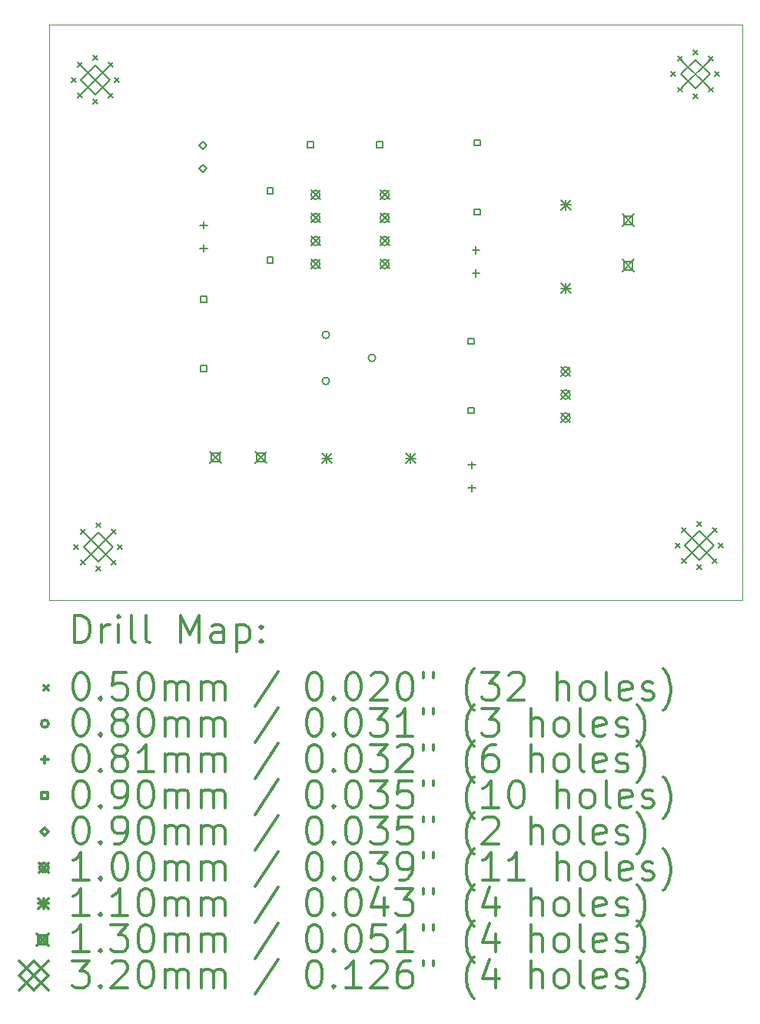
<source format=gbr>
%FSLAX45Y45*%
G04 Gerber Fmt 4.5, Leading zero omitted, Abs format (unit mm)*
G04 Created by KiCad (PCBNEW (5.1.2)-2) date 2020-03-15 13:57:41*
%MOMM*%
%LPD*%
G04 APERTURE LIST*
%ADD10C,0.100000*%
%ADD11C,0.200000*%
%ADD12C,0.300000*%
G04 APERTURE END LIST*
D10*
X10165080Y-12420600D02*
X10160000Y-6088380D01*
X17795240Y-12420600D02*
X10165080Y-12420600D01*
X17795240Y-6088380D02*
X17795240Y-12420600D01*
X10160000Y-6088380D02*
X17795240Y-6088380D01*
D11*
X17014620Y-6609480D02*
X17064620Y-6659480D01*
X17064620Y-6609480D02*
X17014620Y-6659480D01*
X17084914Y-6439774D02*
X17134914Y-6489774D01*
X17134914Y-6439774D02*
X17084914Y-6489774D01*
X17084914Y-6779186D02*
X17134914Y-6829186D01*
X17134914Y-6779186D02*
X17084914Y-6829186D01*
X17254620Y-6369480D02*
X17304620Y-6419480D01*
X17304620Y-6369480D02*
X17254620Y-6419480D01*
X17254620Y-6849480D02*
X17304620Y-6899480D01*
X17304620Y-6849480D02*
X17254620Y-6899480D01*
X17424326Y-6439774D02*
X17474326Y-6489774D01*
X17474326Y-6439774D02*
X17424326Y-6489774D01*
X17424326Y-6779186D02*
X17474326Y-6829186D01*
X17474326Y-6779186D02*
X17424326Y-6829186D01*
X17494620Y-6609480D02*
X17544620Y-6659480D01*
X17544620Y-6609480D02*
X17494620Y-6659480D01*
X10436020Y-11811400D02*
X10486020Y-11861400D01*
X10486020Y-11811400D02*
X10436020Y-11861400D01*
X10506314Y-11641694D02*
X10556314Y-11691694D01*
X10556314Y-11641694D02*
X10506314Y-11691694D01*
X10506314Y-11981106D02*
X10556314Y-12031106D01*
X10556314Y-11981106D02*
X10506314Y-12031106D01*
X10676020Y-11571400D02*
X10726020Y-11621400D01*
X10726020Y-11571400D02*
X10676020Y-11621400D01*
X10676020Y-12051400D02*
X10726020Y-12101400D01*
X10726020Y-12051400D02*
X10676020Y-12101400D01*
X10845726Y-11641694D02*
X10895726Y-11691694D01*
X10895726Y-11641694D02*
X10845726Y-11691694D01*
X10845726Y-11981106D02*
X10895726Y-12031106D01*
X10895726Y-11981106D02*
X10845726Y-12031106D01*
X10916020Y-11811400D02*
X10966020Y-11861400D01*
X10966020Y-11811400D02*
X10916020Y-11861400D01*
X10405540Y-6670440D02*
X10455540Y-6720440D01*
X10455540Y-6670440D02*
X10405540Y-6720440D01*
X10475834Y-6500734D02*
X10525834Y-6550734D01*
X10525834Y-6500734D02*
X10475834Y-6550734D01*
X10475834Y-6840146D02*
X10525834Y-6890146D01*
X10525834Y-6840146D02*
X10475834Y-6890146D01*
X10645540Y-6430440D02*
X10695540Y-6480440D01*
X10695540Y-6430440D02*
X10645540Y-6480440D01*
X10645540Y-6910440D02*
X10695540Y-6960440D01*
X10695540Y-6910440D02*
X10645540Y-6960440D01*
X10815246Y-6500734D02*
X10865246Y-6550734D01*
X10865246Y-6500734D02*
X10815246Y-6550734D01*
X10815246Y-6840146D02*
X10865246Y-6890146D01*
X10865246Y-6840146D02*
X10815246Y-6890146D01*
X10885540Y-6670440D02*
X10935540Y-6720440D01*
X10935540Y-6670440D02*
X10885540Y-6720440D01*
X17060340Y-11796160D02*
X17110340Y-11846160D01*
X17110340Y-11796160D02*
X17060340Y-11846160D01*
X17130634Y-11626454D02*
X17180634Y-11676454D01*
X17180634Y-11626454D02*
X17130634Y-11676454D01*
X17130634Y-11965866D02*
X17180634Y-12015866D01*
X17180634Y-11965866D02*
X17130634Y-12015866D01*
X17300340Y-11556160D02*
X17350340Y-11606160D01*
X17350340Y-11556160D02*
X17300340Y-11606160D01*
X17300340Y-12036160D02*
X17350340Y-12086160D01*
X17350340Y-12036160D02*
X17300340Y-12086160D01*
X17470046Y-11626454D02*
X17520046Y-11676454D01*
X17520046Y-11626454D02*
X17470046Y-11676454D01*
X17470046Y-11965866D02*
X17520046Y-12015866D01*
X17520046Y-11965866D02*
X17470046Y-12015866D01*
X17540340Y-11796160D02*
X17590340Y-11846160D01*
X17590340Y-11796160D02*
X17540340Y-11846160D01*
X13250540Y-9502140D02*
G75*
G03X13250540Y-9502140I-40000J0D01*
G01*
X13250540Y-10010140D02*
G75*
G03X13250540Y-10010140I-40000J0D01*
G01*
X13758540Y-9756140D02*
G75*
G03X13758540Y-9756140I-40000J0D01*
G01*
X14864080Y-8526780D02*
X14864080Y-8608060D01*
X14823440Y-8567420D02*
X14904720Y-8567420D01*
X14864080Y-8780780D02*
X14864080Y-8862060D01*
X14823440Y-8821420D02*
X14904720Y-8821420D01*
X11864340Y-8255000D02*
X11864340Y-8336280D01*
X11823700Y-8295640D02*
X11904980Y-8295640D01*
X11864340Y-8509000D02*
X11864340Y-8590280D01*
X11823700Y-8549640D02*
X11904980Y-8549640D01*
X14820900Y-10894060D02*
X14820900Y-10975340D01*
X14780260Y-10934700D02*
X14861540Y-10934700D01*
X14820900Y-11148060D02*
X14820900Y-11229340D01*
X14780260Y-11188700D02*
X14861540Y-11188700D01*
X14911110Y-7420650D02*
X14911110Y-7357070D01*
X14847530Y-7357070D01*
X14847530Y-7420650D01*
X14911110Y-7420650D01*
X14911110Y-8182650D02*
X14911110Y-8119070D01*
X14847530Y-8119070D01*
X14847530Y-8182650D01*
X14911110Y-8182650D01*
X12630190Y-7948970D02*
X12630190Y-7885390D01*
X12566610Y-7885390D01*
X12566610Y-7948970D01*
X12630190Y-7948970D01*
X12630190Y-8710970D02*
X12630190Y-8647390D01*
X12566610Y-8647390D01*
X12566610Y-8710970D01*
X12630190Y-8710970D01*
X14842530Y-9605050D02*
X14842530Y-9541470D01*
X14778950Y-9541470D01*
X14778950Y-9605050D01*
X14842530Y-9605050D01*
X14842530Y-10367050D02*
X14842530Y-10303470D01*
X14778950Y-10303470D01*
X14778950Y-10367050D01*
X14842530Y-10367050D01*
X11896130Y-9142770D02*
X11896130Y-9079190D01*
X11832550Y-9079190D01*
X11832550Y-9142770D01*
X11896130Y-9142770D01*
X11896130Y-9904770D02*
X11896130Y-9841190D01*
X11832550Y-9841190D01*
X11832550Y-9904770D01*
X11896130Y-9904770D01*
X13072150Y-7440970D02*
X13072150Y-7377390D01*
X13008570Y-7377390D01*
X13008570Y-7440970D01*
X13072150Y-7440970D01*
X13834150Y-7440970D02*
X13834150Y-7377390D01*
X13770570Y-7377390D01*
X13770570Y-7440970D01*
X13834150Y-7440970D01*
X11856720Y-7461800D02*
X11901720Y-7416800D01*
X11856720Y-7371800D01*
X11811720Y-7416800D01*
X11856720Y-7461800D01*
X11856720Y-7715800D02*
X11901720Y-7670800D01*
X11856720Y-7625800D01*
X11811720Y-7670800D01*
X11856720Y-7715800D01*
X15802140Y-9856000D02*
X15902140Y-9956000D01*
X15902140Y-9856000D02*
X15802140Y-9956000D01*
X15902140Y-9906000D02*
G75*
G03X15902140Y-9906000I-50000J0D01*
G01*
X15802140Y-10110000D02*
X15902140Y-10210000D01*
X15902140Y-10110000D02*
X15802140Y-10210000D01*
X15902140Y-10160000D02*
G75*
G03X15902140Y-10160000I-50000J0D01*
G01*
X15802140Y-10364000D02*
X15902140Y-10464000D01*
X15902140Y-10364000D02*
X15802140Y-10464000D01*
X15902140Y-10414000D02*
G75*
G03X15902140Y-10414000I-50000J0D01*
G01*
X13047020Y-7912280D02*
X13147020Y-8012280D01*
X13147020Y-7912280D02*
X13047020Y-8012280D01*
X13147020Y-7962280D02*
G75*
G03X13147020Y-7962280I-50000J0D01*
G01*
X13047020Y-8166280D02*
X13147020Y-8266280D01*
X13147020Y-8166280D02*
X13047020Y-8266280D01*
X13147020Y-8216280D02*
G75*
G03X13147020Y-8216280I-50000J0D01*
G01*
X13047020Y-8420280D02*
X13147020Y-8520280D01*
X13147020Y-8420280D02*
X13047020Y-8520280D01*
X13147020Y-8470280D02*
G75*
G03X13147020Y-8470280I-50000J0D01*
G01*
X13047020Y-8674280D02*
X13147020Y-8774280D01*
X13147020Y-8674280D02*
X13047020Y-8774280D01*
X13147020Y-8724280D02*
G75*
G03X13147020Y-8724280I-50000J0D01*
G01*
X13809020Y-7912280D02*
X13909020Y-8012280D01*
X13909020Y-7912280D02*
X13809020Y-8012280D01*
X13909020Y-7962280D02*
G75*
G03X13909020Y-7962280I-50000J0D01*
G01*
X13809020Y-8166280D02*
X13909020Y-8266280D01*
X13909020Y-8166280D02*
X13809020Y-8266280D01*
X13909020Y-8216280D02*
G75*
G03X13909020Y-8216280I-50000J0D01*
G01*
X13809020Y-8420280D02*
X13909020Y-8520280D01*
X13909020Y-8420280D02*
X13809020Y-8520280D01*
X13909020Y-8470280D02*
G75*
G03X13909020Y-8470280I-50000J0D01*
G01*
X13809020Y-8674280D02*
X13909020Y-8774280D01*
X13909020Y-8674280D02*
X13809020Y-8774280D01*
X13909020Y-8724280D02*
G75*
G03X13909020Y-8724280I-50000J0D01*
G01*
X15797140Y-8017120D02*
X15907140Y-8127120D01*
X15907140Y-8017120D02*
X15797140Y-8127120D01*
X15852140Y-8017120D02*
X15852140Y-8127120D01*
X15797140Y-8072120D02*
X15907140Y-8072120D01*
X15797140Y-8937120D02*
X15907140Y-9047120D01*
X15907140Y-8937120D02*
X15797140Y-9047120D01*
X15852140Y-8937120D02*
X15852140Y-9047120D01*
X15797140Y-8992120D02*
X15907140Y-8992120D01*
X13167720Y-10808580D02*
X13277720Y-10918580D01*
X13277720Y-10808580D02*
X13167720Y-10918580D01*
X13222720Y-10808580D02*
X13222720Y-10918580D01*
X13167720Y-10863580D02*
X13277720Y-10863580D01*
X14087720Y-10808580D02*
X14197720Y-10918580D01*
X14197720Y-10808580D02*
X14087720Y-10918580D01*
X14142720Y-10808580D02*
X14142720Y-10918580D01*
X14087720Y-10863580D02*
X14197720Y-10863580D01*
X16478020Y-8175140D02*
X16608020Y-8305140D01*
X16608020Y-8175140D02*
X16478020Y-8305140D01*
X16588982Y-8286102D02*
X16588982Y-8194178D01*
X16497058Y-8194178D01*
X16497058Y-8286102D01*
X16588982Y-8286102D01*
X16478020Y-8675140D02*
X16608020Y-8805140D01*
X16608020Y-8675140D02*
X16478020Y-8805140D01*
X16588982Y-8786102D02*
X16588982Y-8694178D01*
X16497058Y-8694178D01*
X16497058Y-8786102D01*
X16588982Y-8786102D01*
X11929260Y-10788420D02*
X12059260Y-10918420D01*
X12059260Y-10788420D02*
X11929260Y-10918420D01*
X12040222Y-10899382D02*
X12040222Y-10807458D01*
X11948298Y-10807458D01*
X11948298Y-10899382D01*
X12040222Y-10899382D01*
X12429260Y-10788420D02*
X12559260Y-10918420D01*
X12559260Y-10788420D02*
X12429260Y-10918420D01*
X12540222Y-10899382D02*
X12540222Y-10807458D01*
X12448298Y-10807458D01*
X12448298Y-10899382D01*
X12540222Y-10899382D01*
X17119620Y-6474480D02*
X17439620Y-6794480D01*
X17439620Y-6474480D02*
X17119620Y-6794480D01*
X17279620Y-6794480D02*
X17439620Y-6634480D01*
X17279620Y-6474480D01*
X17119620Y-6634480D01*
X17279620Y-6794480D01*
X10541020Y-11676400D02*
X10861020Y-11996400D01*
X10861020Y-11676400D02*
X10541020Y-11996400D01*
X10701020Y-11996400D02*
X10861020Y-11836400D01*
X10701020Y-11676400D01*
X10541020Y-11836400D01*
X10701020Y-11996400D01*
X10510540Y-6535440D02*
X10830540Y-6855440D01*
X10830540Y-6535440D02*
X10510540Y-6855440D01*
X10670540Y-6855440D02*
X10830540Y-6695440D01*
X10670540Y-6535440D01*
X10510540Y-6695440D01*
X10670540Y-6855440D01*
X17165340Y-11661160D02*
X17485340Y-11981160D01*
X17485340Y-11661160D02*
X17165340Y-11981160D01*
X17325340Y-11981160D02*
X17485340Y-11821160D01*
X17325340Y-11661160D01*
X17165340Y-11821160D01*
X17325340Y-11981160D01*
D12*
X10441428Y-12891314D02*
X10441428Y-12591314D01*
X10512857Y-12591314D01*
X10555714Y-12605600D01*
X10584286Y-12634171D01*
X10598571Y-12662743D01*
X10612857Y-12719886D01*
X10612857Y-12762743D01*
X10598571Y-12819886D01*
X10584286Y-12848457D01*
X10555714Y-12877029D01*
X10512857Y-12891314D01*
X10441428Y-12891314D01*
X10741428Y-12891314D02*
X10741428Y-12691314D01*
X10741428Y-12748457D02*
X10755714Y-12719886D01*
X10770000Y-12705600D01*
X10798571Y-12691314D01*
X10827143Y-12691314D01*
X10927143Y-12891314D02*
X10927143Y-12691314D01*
X10927143Y-12591314D02*
X10912857Y-12605600D01*
X10927143Y-12619886D01*
X10941428Y-12605600D01*
X10927143Y-12591314D01*
X10927143Y-12619886D01*
X11112857Y-12891314D02*
X11084286Y-12877029D01*
X11070000Y-12848457D01*
X11070000Y-12591314D01*
X11270000Y-12891314D02*
X11241428Y-12877029D01*
X11227143Y-12848457D01*
X11227143Y-12591314D01*
X11612857Y-12891314D02*
X11612857Y-12591314D01*
X11712857Y-12805600D01*
X11812857Y-12591314D01*
X11812857Y-12891314D01*
X12084286Y-12891314D02*
X12084286Y-12734171D01*
X12070000Y-12705600D01*
X12041428Y-12691314D01*
X11984286Y-12691314D01*
X11955714Y-12705600D01*
X12084286Y-12877029D02*
X12055714Y-12891314D01*
X11984286Y-12891314D01*
X11955714Y-12877029D01*
X11941428Y-12848457D01*
X11941428Y-12819886D01*
X11955714Y-12791314D01*
X11984286Y-12777029D01*
X12055714Y-12777029D01*
X12084286Y-12762743D01*
X12227143Y-12691314D02*
X12227143Y-12991314D01*
X12227143Y-12705600D02*
X12255714Y-12691314D01*
X12312857Y-12691314D01*
X12341428Y-12705600D01*
X12355714Y-12719886D01*
X12370000Y-12748457D01*
X12370000Y-12834171D01*
X12355714Y-12862743D01*
X12341428Y-12877029D01*
X12312857Y-12891314D01*
X12255714Y-12891314D01*
X12227143Y-12877029D01*
X12498571Y-12862743D02*
X12512857Y-12877029D01*
X12498571Y-12891314D01*
X12484286Y-12877029D01*
X12498571Y-12862743D01*
X12498571Y-12891314D01*
X12498571Y-12705600D02*
X12512857Y-12719886D01*
X12498571Y-12734171D01*
X12484286Y-12719886D01*
X12498571Y-12705600D01*
X12498571Y-12734171D01*
X10105000Y-13360600D02*
X10155000Y-13410600D01*
X10155000Y-13360600D02*
X10105000Y-13410600D01*
X10498571Y-13221314D02*
X10527143Y-13221314D01*
X10555714Y-13235600D01*
X10570000Y-13249886D01*
X10584286Y-13278457D01*
X10598571Y-13335600D01*
X10598571Y-13407029D01*
X10584286Y-13464171D01*
X10570000Y-13492743D01*
X10555714Y-13507029D01*
X10527143Y-13521314D01*
X10498571Y-13521314D01*
X10470000Y-13507029D01*
X10455714Y-13492743D01*
X10441428Y-13464171D01*
X10427143Y-13407029D01*
X10427143Y-13335600D01*
X10441428Y-13278457D01*
X10455714Y-13249886D01*
X10470000Y-13235600D01*
X10498571Y-13221314D01*
X10727143Y-13492743D02*
X10741428Y-13507029D01*
X10727143Y-13521314D01*
X10712857Y-13507029D01*
X10727143Y-13492743D01*
X10727143Y-13521314D01*
X11012857Y-13221314D02*
X10870000Y-13221314D01*
X10855714Y-13364171D01*
X10870000Y-13349886D01*
X10898571Y-13335600D01*
X10970000Y-13335600D01*
X10998571Y-13349886D01*
X11012857Y-13364171D01*
X11027143Y-13392743D01*
X11027143Y-13464171D01*
X11012857Y-13492743D01*
X10998571Y-13507029D01*
X10970000Y-13521314D01*
X10898571Y-13521314D01*
X10870000Y-13507029D01*
X10855714Y-13492743D01*
X11212857Y-13221314D02*
X11241428Y-13221314D01*
X11270000Y-13235600D01*
X11284286Y-13249886D01*
X11298571Y-13278457D01*
X11312857Y-13335600D01*
X11312857Y-13407029D01*
X11298571Y-13464171D01*
X11284286Y-13492743D01*
X11270000Y-13507029D01*
X11241428Y-13521314D01*
X11212857Y-13521314D01*
X11184286Y-13507029D01*
X11170000Y-13492743D01*
X11155714Y-13464171D01*
X11141428Y-13407029D01*
X11141428Y-13335600D01*
X11155714Y-13278457D01*
X11170000Y-13249886D01*
X11184286Y-13235600D01*
X11212857Y-13221314D01*
X11441428Y-13521314D02*
X11441428Y-13321314D01*
X11441428Y-13349886D02*
X11455714Y-13335600D01*
X11484286Y-13321314D01*
X11527143Y-13321314D01*
X11555714Y-13335600D01*
X11570000Y-13364171D01*
X11570000Y-13521314D01*
X11570000Y-13364171D02*
X11584286Y-13335600D01*
X11612857Y-13321314D01*
X11655714Y-13321314D01*
X11684286Y-13335600D01*
X11698571Y-13364171D01*
X11698571Y-13521314D01*
X11841428Y-13521314D02*
X11841428Y-13321314D01*
X11841428Y-13349886D02*
X11855714Y-13335600D01*
X11884286Y-13321314D01*
X11927143Y-13321314D01*
X11955714Y-13335600D01*
X11970000Y-13364171D01*
X11970000Y-13521314D01*
X11970000Y-13364171D02*
X11984286Y-13335600D01*
X12012857Y-13321314D01*
X12055714Y-13321314D01*
X12084286Y-13335600D01*
X12098571Y-13364171D01*
X12098571Y-13521314D01*
X12684286Y-13207029D02*
X12427143Y-13592743D01*
X13070000Y-13221314D02*
X13098571Y-13221314D01*
X13127143Y-13235600D01*
X13141428Y-13249886D01*
X13155714Y-13278457D01*
X13170000Y-13335600D01*
X13170000Y-13407029D01*
X13155714Y-13464171D01*
X13141428Y-13492743D01*
X13127143Y-13507029D01*
X13098571Y-13521314D01*
X13070000Y-13521314D01*
X13041428Y-13507029D01*
X13027143Y-13492743D01*
X13012857Y-13464171D01*
X12998571Y-13407029D01*
X12998571Y-13335600D01*
X13012857Y-13278457D01*
X13027143Y-13249886D01*
X13041428Y-13235600D01*
X13070000Y-13221314D01*
X13298571Y-13492743D02*
X13312857Y-13507029D01*
X13298571Y-13521314D01*
X13284286Y-13507029D01*
X13298571Y-13492743D01*
X13298571Y-13521314D01*
X13498571Y-13221314D02*
X13527143Y-13221314D01*
X13555714Y-13235600D01*
X13570000Y-13249886D01*
X13584286Y-13278457D01*
X13598571Y-13335600D01*
X13598571Y-13407029D01*
X13584286Y-13464171D01*
X13570000Y-13492743D01*
X13555714Y-13507029D01*
X13527143Y-13521314D01*
X13498571Y-13521314D01*
X13470000Y-13507029D01*
X13455714Y-13492743D01*
X13441428Y-13464171D01*
X13427143Y-13407029D01*
X13427143Y-13335600D01*
X13441428Y-13278457D01*
X13455714Y-13249886D01*
X13470000Y-13235600D01*
X13498571Y-13221314D01*
X13712857Y-13249886D02*
X13727143Y-13235600D01*
X13755714Y-13221314D01*
X13827143Y-13221314D01*
X13855714Y-13235600D01*
X13870000Y-13249886D01*
X13884286Y-13278457D01*
X13884286Y-13307029D01*
X13870000Y-13349886D01*
X13698571Y-13521314D01*
X13884286Y-13521314D01*
X14070000Y-13221314D02*
X14098571Y-13221314D01*
X14127143Y-13235600D01*
X14141428Y-13249886D01*
X14155714Y-13278457D01*
X14170000Y-13335600D01*
X14170000Y-13407029D01*
X14155714Y-13464171D01*
X14141428Y-13492743D01*
X14127143Y-13507029D01*
X14098571Y-13521314D01*
X14070000Y-13521314D01*
X14041428Y-13507029D01*
X14027143Y-13492743D01*
X14012857Y-13464171D01*
X13998571Y-13407029D01*
X13998571Y-13335600D01*
X14012857Y-13278457D01*
X14027143Y-13249886D01*
X14041428Y-13235600D01*
X14070000Y-13221314D01*
X14284286Y-13221314D02*
X14284286Y-13278457D01*
X14398571Y-13221314D02*
X14398571Y-13278457D01*
X14841428Y-13635600D02*
X14827143Y-13621314D01*
X14798571Y-13578457D01*
X14784286Y-13549886D01*
X14770000Y-13507029D01*
X14755714Y-13435600D01*
X14755714Y-13378457D01*
X14770000Y-13307029D01*
X14784286Y-13264171D01*
X14798571Y-13235600D01*
X14827143Y-13192743D01*
X14841428Y-13178457D01*
X14927143Y-13221314D02*
X15112857Y-13221314D01*
X15012857Y-13335600D01*
X15055714Y-13335600D01*
X15084286Y-13349886D01*
X15098571Y-13364171D01*
X15112857Y-13392743D01*
X15112857Y-13464171D01*
X15098571Y-13492743D01*
X15084286Y-13507029D01*
X15055714Y-13521314D01*
X14970000Y-13521314D01*
X14941428Y-13507029D01*
X14927143Y-13492743D01*
X15227143Y-13249886D02*
X15241428Y-13235600D01*
X15270000Y-13221314D01*
X15341428Y-13221314D01*
X15370000Y-13235600D01*
X15384286Y-13249886D01*
X15398571Y-13278457D01*
X15398571Y-13307029D01*
X15384286Y-13349886D01*
X15212857Y-13521314D01*
X15398571Y-13521314D01*
X15755714Y-13521314D02*
X15755714Y-13221314D01*
X15884286Y-13521314D02*
X15884286Y-13364171D01*
X15870000Y-13335600D01*
X15841428Y-13321314D01*
X15798571Y-13321314D01*
X15770000Y-13335600D01*
X15755714Y-13349886D01*
X16070000Y-13521314D02*
X16041428Y-13507029D01*
X16027143Y-13492743D01*
X16012857Y-13464171D01*
X16012857Y-13378457D01*
X16027143Y-13349886D01*
X16041428Y-13335600D01*
X16070000Y-13321314D01*
X16112857Y-13321314D01*
X16141428Y-13335600D01*
X16155714Y-13349886D01*
X16170000Y-13378457D01*
X16170000Y-13464171D01*
X16155714Y-13492743D01*
X16141428Y-13507029D01*
X16112857Y-13521314D01*
X16070000Y-13521314D01*
X16341428Y-13521314D02*
X16312857Y-13507029D01*
X16298571Y-13478457D01*
X16298571Y-13221314D01*
X16570000Y-13507029D02*
X16541428Y-13521314D01*
X16484286Y-13521314D01*
X16455714Y-13507029D01*
X16441428Y-13478457D01*
X16441428Y-13364171D01*
X16455714Y-13335600D01*
X16484286Y-13321314D01*
X16541428Y-13321314D01*
X16570000Y-13335600D01*
X16584286Y-13364171D01*
X16584286Y-13392743D01*
X16441428Y-13421314D01*
X16698571Y-13507029D02*
X16727143Y-13521314D01*
X16784286Y-13521314D01*
X16812857Y-13507029D01*
X16827143Y-13478457D01*
X16827143Y-13464171D01*
X16812857Y-13435600D01*
X16784286Y-13421314D01*
X16741428Y-13421314D01*
X16712857Y-13407029D01*
X16698571Y-13378457D01*
X16698571Y-13364171D01*
X16712857Y-13335600D01*
X16741428Y-13321314D01*
X16784286Y-13321314D01*
X16812857Y-13335600D01*
X16927143Y-13635600D02*
X16941428Y-13621314D01*
X16970000Y-13578457D01*
X16984286Y-13549886D01*
X16998571Y-13507029D01*
X17012857Y-13435600D01*
X17012857Y-13378457D01*
X16998571Y-13307029D01*
X16984286Y-13264171D01*
X16970000Y-13235600D01*
X16941428Y-13192743D01*
X16927143Y-13178457D01*
X10155000Y-13781600D02*
G75*
G03X10155000Y-13781600I-40000J0D01*
G01*
X10498571Y-13617314D02*
X10527143Y-13617314D01*
X10555714Y-13631600D01*
X10570000Y-13645886D01*
X10584286Y-13674457D01*
X10598571Y-13731600D01*
X10598571Y-13803029D01*
X10584286Y-13860171D01*
X10570000Y-13888743D01*
X10555714Y-13903029D01*
X10527143Y-13917314D01*
X10498571Y-13917314D01*
X10470000Y-13903029D01*
X10455714Y-13888743D01*
X10441428Y-13860171D01*
X10427143Y-13803029D01*
X10427143Y-13731600D01*
X10441428Y-13674457D01*
X10455714Y-13645886D01*
X10470000Y-13631600D01*
X10498571Y-13617314D01*
X10727143Y-13888743D02*
X10741428Y-13903029D01*
X10727143Y-13917314D01*
X10712857Y-13903029D01*
X10727143Y-13888743D01*
X10727143Y-13917314D01*
X10912857Y-13745886D02*
X10884286Y-13731600D01*
X10870000Y-13717314D01*
X10855714Y-13688743D01*
X10855714Y-13674457D01*
X10870000Y-13645886D01*
X10884286Y-13631600D01*
X10912857Y-13617314D01*
X10970000Y-13617314D01*
X10998571Y-13631600D01*
X11012857Y-13645886D01*
X11027143Y-13674457D01*
X11027143Y-13688743D01*
X11012857Y-13717314D01*
X10998571Y-13731600D01*
X10970000Y-13745886D01*
X10912857Y-13745886D01*
X10884286Y-13760171D01*
X10870000Y-13774457D01*
X10855714Y-13803029D01*
X10855714Y-13860171D01*
X10870000Y-13888743D01*
X10884286Y-13903029D01*
X10912857Y-13917314D01*
X10970000Y-13917314D01*
X10998571Y-13903029D01*
X11012857Y-13888743D01*
X11027143Y-13860171D01*
X11027143Y-13803029D01*
X11012857Y-13774457D01*
X10998571Y-13760171D01*
X10970000Y-13745886D01*
X11212857Y-13617314D02*
X11241428Y-13617314D01*
X11270000Y-13631600D01*
X11284286Y-13645886D01*
X11298571Y-13674457D01*
X11312857Y-13731600D01*
X11312857Y-13803029D01*
X11298571Y-13860171D01*
X11284286Y-13888743D01*
X11270000Y-13903029D01*
X11241428Y-13917314D01*
X11212857Y-13917314D01*
X11184286Y-13903029D01*
X11170000Y-13888743D01*
X11155714Y-13860171D01*
X11141428Y-13803029D01*
X11141428Y-13731600D01*
X11155714Y-13674457D01*
X11170000Y-13645886D01*
X11184286Y-13631600D01*
X11212857Y-13617314D01*
X11441428Y-13917314D02*
X11441428Y-13717314D01*
X11441428Y-13745886D02*
X11455714Y-13731600D01*
X11484286Y-13717314D01*
X11527143Y-13717314D01*
X11555714Y-13731600D01*
X11570000Y-13760171D01*
X11570000Y-13917314D01*
X11570000Y-13760171D02*
X11584286Y-13731600D01*
X11612857Y-13717314D01*
X11655714Y-13717314D01*
X11684286Y-13731600D01*
X11698571Y-13760171D01*
X11698571Y-13917314D01*
X11841428Y-13917314D02*
X11841428Y-13717314D01*
X11841428Y-13745886D02*
X11855714Y-13731600D01*
X11884286Y-13717314D01*
X11927143Y-13717314D01*
X11955714Y-13731600D01*
X11970000Y-13760171D01*
X11970000Y-13917314D01*
X11970000Y-13760171D02*
X11984286Y-13731600D01*
X12012857Y-13717314D01*
X12055714Y-13717314D01*
X12084286Y-13731600D01*
X12098571Y-13760171D01*
X12098571Y-13917314D01*
X12684286Y-13603029D02*
X12427143Y-13988743D01*
X13070000Y-13617314D02*
X13098571Y-13617314D01*
X13127143Y-13631600D01*
X13141428Y-13645886D01*
X13155714Y-13674457D01*
X13170000Y-13731600D01*
X13170000Y-13803029D01*
X13155714Y-13860171D01*
X13141428Y-13888743D01*
X13127143Y-13903029D01*
X13098571Y-13917314D01*
X13070000Y-13917314D01*
X13041428Y-13903029D01*
X13027143Y-13888743D01*
X13012857Y-13860171D01*
X12998571Y-13803029D01*
X12998571Y-13731600D01*
X13012857Y-13674457D01*
X13027143Y-13645886D01*
X13041428Y-13631600D01*
X13070000Y-13617314D01*
X13298571Y-13888743D02*
X13312857Y-13903029D01*
X13298571Y-13917314D01*
X13284286Y-13903029D01*
X13298571Y-13888743D01*
X13298571Y-13917314D01*
X13498571Y-13617314D02*
X13527143Y-13617314D01*
X13555714Y-13631600D01*
X13570000Y-13645886D01*
X13584286Y-13674457D01*
X13598571Y-13731600D01*
X13598571Y-13803029D01*
X13584286Y-13860171D01*
X13570000Y-13888743D01*
X13555714Y-13903029D01*
X13527143Y-13917314D01*
X13498571Y-13917314D01*
X13470000Y-13903029D01*
X13455714Y-13888743D01*
X13441428Y-13860171D01*
X13427143Y-13803029D01*
X13427143Y-13731600D01*
X13441428Y-13674457D01*
X13455714Y-13645886D01*
X13470000Y-13631600D01*
X13498571Y-13617314D01*
X13698571Y-13617314D02*
X13884286Y-13617314D01*
X13784286Y-13731600D01*
X13827143Y-13731600D01*
X13855714Y-13745886D01*
X13870000Y-13760171D01*
X13884286Y-13788743D01*
X13884286Y-13860171D01*
X13870000Y-13888743D01*
X13855714Y-13903029D01*
X13827143Y-13917314D01*
X13741428Y-13917314D01*
X13712857Y-13903029D01*
X13698571Y-13888743D01*
X14170000Y-13917314D02*
X13998571Y-13917314D01*
X14084286Y-13917314D02*
X14084286Y-13617314D01*
X14055714Y-13660171D01*
X14027143Y-13688743D01*
X13998571Y-13703029D01*
X14284286Y-13617314D02*
X14284286Y-13674457D01*
X14398571Y-13617314D02*
X14398571Y-13674457D01*
X14841428Y-14031600D02*
X14827143Y-14017314D01*
X14798571Y-13974457D01*
X14784286Y-13945886D01*
X14770000Y-13903029D01*
X14755714Y-13831600D01*
X14755714Y-13774457D01*
X14770000Y-13703029D01*
X14784286Y-13660171D01*
X14798571Y-13631600D01*
X14827143Y-13588743D01*
X14841428Y-13574457D01*
X14927143Y-13617314D02*
X15112857Y-13617314D01*
X15012857Y-13731600D01*
X15055714Y-13731600D01*
X15084286Y-13745886D01*
X15098571Y-13760171D01*
X15112857Y-13788743D01*
X15112857Y-13860171D01*
X15098571Y-13888743D01*
X15084286Y-13903029D01*
X15055714Y-13917314D01*
X14970000Y-13917314D01*
X14941428Y-13903029D01*
X14927143Y-13888743D01*
X15470000Y-13917314D02*
X15470000Y-13617314D01*
X15598571Y-13917314D02*
X15598571Y-13760171D01*
X15584286Y-13731600D01*
X15555714Y-13717314D01*
X15512857Y-13717314D01*
X15484286Y-13731600D01*
X15470000Y-13745886D01*
X15784286Y-13917314D02*
X15755714Y-13903029D01*
X15741428Y-13888743D01*
X15727143Y-13860171D01*
X15727143Y-13774457D01*
X15741428Y-13745886D01*
X15755714Y-13731600D01*
X15784286Y-13717314D01*
X15827143Y-13717314D01*
X15855714Y-13731600D01*
X15870000Y-13745886D01*
X15884286Y-13774457D01*
X15884286Y-13860171D01*
X15870000Y-13888743D01*
X15855714Y-13903029D01*
X15827143Y-13917314D01*
X15784286Y-13917314D01*
X16055714Y-13917314D02*
X16027143Y-13903029D01*
X16012857Y-13874457D01*
X16012857Y-13617314D01*
X16284286Y-13903029D02*
X16255714Y-13917314D01*
X16198571Y-13917314D01*
X16170000Y-13903029D01*
X16155714Y-13874457D01*
X16155714Y-13760171D01*
X16170000Y-13731600D01*
X16198571Y-13717314D01*
X16255714Y-13717314D01*
X16284286Y-13731600D01*
X16298571Y-13760171D01*
X16298571Y-13788743D01*
X16155714Y-13817314D01*
X16412857Y-13903029D02*
X16441428Y-13917314D01*
X16498571Y-13917314D01*
X16527143Y-13903029D01*
X16541428Y-13874457D01*
X16541428Y-13860171D01*
X16527143Y-13831600D01*
X16498571Y-13817314D01*
X16455714Y-13817314D01*
X16427143Y-13803029D01*
X16412857Y-13774457D01*
X16412857Y-13760171D01*
X16427143Y-13731600D01*
X16455714Y-13717314D01*
X16498571Y-13717314D01*
X16527143Y-13731600D01*
X16641428Y-14031600D02*
X16655714Y-14017314D01*
X16684286Y-13974457D01*
X16698571Y-13945886D01*
X16712857Y-13903029D01*
X16727143Y-13831600D01*
X16727143Y-13774457D01*
X16712857Y-13703029D01*
X16698571Y-13660171D01*
X16684286Y-13631600D01*
X16655714Y-13588743D01*
X16641428Y-13574457D01*
X10114360Y-14136960D02*
X10114360Y-14218240D01*
X10073720Y-14177600D02*
X10155000Y-14177600D01*
X10498571Y-14013314D02*
X10527143Y-14013314D01*
X10555714Y-14027600D01*
X10570000Y-14041886D01*
X10584286Y-14070457D01*
X10598571Y-14127600D01*
X10598571Y-14199029D01*
X10584286Y-14256171D01*
X10570000Y-14284743D01*
X10555714Y-14299029D01*
X10527143Y-14313314D01*
X10498571Y-14313314D01*
X10470000Y-14299029D01*
X10455714Y-14284743D01*
X10441428Y-14256171D01*
X10427143Y-14199029D01*
X10427143Y-14127600D01*
X10441428Y-14070457D01*
X10455714Y-14041886D01*
X10470000Y-14027600D01*
X10498571Y-14013314D01*
X10727143Y-14284743D02*
X10741428Y-14299029D01*
X10727143Y-14313314D01*
X10712857Y-14299029D01*
X10727143Y-14284743D01*
X10727143Y-14313314D01*
X10912857Y-14141886D02*
X10884286Y-14127600D01*
X10870000Y-14113314D01*
X10855714Y-14084743D01*
X10855714Y-14070457D01*
X10870000Y-14041886D01*
X10884286Y-14027600D01*
X10912857Y-14013314D01*
X10970000Y-14013314D01*
X10998571Y-14027600D01*
X11012857Y-14041886D01*
X11027143Y-14070457D01*
X11027143Y-14084743D01*
X11012857Y-14113314D01*
X10998571Y-14127600D01*
X10970000Y-14141886D01*
X10912857Y-14141886D01*
X10884286Y-14156171D01*
X10870000Y-14170457D01*
X10855714Y-14199029D01*
X10855714Y-14256171D01*
X10870000Y-14284743D01*
X10884286Y-14299029D01*
X10912857Y-14313314D01*
X10970000Y-14313314D01*
X10998571Y-14299029D01*
X11012857Y-14284743D01*
X11027143Y-14256171D01*
X11027143Y-14199029D01*
X11012857Y-14170457D01*
X10998571Y-14156171D01*
X10970000Y-14141886D01*
X11312857Y-14313314D02*
X11141428Y-14313314D01*
X11227143Y-14313314D02*
X11227143Y-14013314D01*
X11198571Y-14056171D01*
X11170000Y-14084743D01*
X11141428Y-14099029D01*
X11441428Y-14313314D02*
X11441428Y-14113314D01*
X11441428Y-14141886D02*
X11455714Y-14127600D01*
X11484286Y-14113314D01*
X11527143Y-14113314D01*
X11555714Y-14127600D01*
X11570000Y-14156171D01*
X11570000Y-14313314D01*
X11570000Y-14156171D02*
X11584286Y-14127600D01*
X11612857Y-14113314D01*
X11655714Y-14113314D01*
X11684286Y-14127600D01*
X11698571Y-14156171D01*
X11698571Y-14313314D01*
X11841428Y-14313314D02*
X11841428Y-14113314D01*
X11841428Y-14141886D02*
X11855714Y-14127600D01*
X11884286Y-14113314D01*
X11927143Y-14113314D01*
X11955714Y-14127600D01*
X11970000Y-14156171D01*
X11970000Y-14313314D01*
X11970000Y-14156171D02*
X11984286Y-14127600D01*
X12012857Y-14113314D01*
X12055714Y-14113314D01*
X12084286Y-14127600D01*
X12098571Y-14156171D01*
X12098571Y-14313314D01*
X12684286Y-13999029D02*
X12427143Y-14384743D01*
X13070000Y-14013314D02*
X13098571Y-14013314D01*
X13127143Y-14027600D01*
X13141428Y-14041886D01*
X13155714Y-14070457D01*
X13170000Y-14127600D01*
X13170000Y-14199029D01*
X13155714Y-14256171D01*
X13141428Y-14284743D01*
X13127143Y-14299029D01*
X13098571Y-14313314D01*
X13070000Y-14313314D01*
X13041428Y-14299029D01*
X13027143Y-14284743D01*
X13012857Y-14256171D01*
X12998571Y-14199029D01*
X12998571Y-14127600D01*
X13012857Y-14070457D01*
X13027143Y-14041886D01*
X13041428Y-14027600D01*
X13070000Y-14013314D01*
X13298571Y-14284743D02*
X13312857Y-14299029D01*
X13298571Y-14313314D01*
X13284286Y-14299029D01*
X13298571Y-14284743D01*
X13298571Y-14313314D01*
X13498571Y-14013314D02*
X13527143Y-14013314D01*
X13555714Y-14027600D01*
X13570000Y-14041886D01*
X13584286Y-14070457D01*
X13598571Y-14127600D01*
X13598571Y-14199029D01*
X13584286Y-14256171D01*
X13570000Y-14284743D01*
X13555714Y-14299029D01*
X13527143Y-14313314D01*
X13498571Y-14313314D01*
X13470000Y-14299029D01*
X13455714Y-14284743D01*
X13441428Y-14256171D01*
X13427143Y-14199029D01*
X13427143Y-14127600D01*
X13441428Y-14070457D01*
X13455714Y-14041886D01*
X13470000Y-14027600D01*
X13498571Y-14013314D01*
X13698571Y-14013314D02*
X13884286Y-14013314D01*
X13784286Y-14127600D01*
X13827143Y-14127600D01*
X13855714Y-14141886D01*
X13870000Y-14156171D01*
X13884286Y-14184743D01*
X13884286Y-14256171D01*
X13870000Y-14284743D01*
X13855714Y-14299029D01*
X13827143Y-14313314D01*
X13741428Y-14313314D01*
X13712857Y-14299029D01*
X13698571Y-14284743D01*
X13998571Y-14041886D02*
X14012857Y-14027600D01*
X14041428Y-14013314D01*
X14112857Y-14013314D01*
X14141428Y-14027600D01*
X14155714Y-14041886D01*
X14170000Y-14070457D01*
X14170000Y-14099029D01*
X14155714Y-14141886D01*
X13984286Y-14313314D01*
X14170000Y-14313314D01*
X14284286Y-14013314D02*
X14284286Y-14070457D01*
X14398571Y-14013314D02*
X14398571Y-14070457D01*
X14841428Y-14427600D02*
X14827143Y-14413314D01*
X14798571Y-14370457D01*
X14784286Y-14341886D01*
X14770000Y-14299029D01*
X14755714Y-14227600D01*
X14755714Y-14170457D01*
X14770000Y-14099029D01*
X14784286Y-14056171D01*
X14798571Y-14027600D01*
X14827143Y-13984743D01*
X14841428Y-13970457D01*
X15084286Y-14013314D02*
X15027143Y-14013314D01*
X14998571Y-14027600D01*
X14984286Y-14041886D01*
X14955714Y-14084743D01*
X14941428Y-14141886D01*
X14941428Y-14256171D01*
X14955714Y-14284743D01*
X14970000Y-14299029D01*
X14998571Y-14313314D01*
X15055714Y-14313314D01*
X15084286Y-14299029D01*
X15098571Y-14284743D01*
X15112857Y-14256171D01*
X15112857Y-14184743D01*
X15098571Y-14156171D01*
X15084286Y-14141886D01*
X15055714Y-14127600D01*
X14998571Y-14127600D01*
X14970000Y-14141886D01*
X14955714Y-14156171D01*
X14941428Y-14184743D01*
X15470000Y-14313314D02*
X15470000Y-14013314D01*
X15598571Y-14313314D02*
X15598571Y-14156171D01*
X15584286Y-14127600D01*
X15555714Y-14113314D01*
X15512857Y-14113314D01*
X15484286Y-14127600D01*
X15470000Y-14141886D01*
X15784286Y-14313314D02*
X15755714Y-14299029D01*
X15741428Y-14284743D01*
X15727143Y-14256171D01*
X15727143Y-14170457D01*
X15741428Y-14141886D01*
X15755714Y-14127600D01*
X15784286Y-14113314D01*
X15827143Y-14113314D01*
X15855714Y-14127600D01*
X15870000Y-14141886D01*
X15884286Y-14170457D01*
X15884286Y-14256171D01*
X15870000Y-14284743D01*
X15855714Y-14299029D01*
X15827143Y-14313314D01*
X15784286Y-14313314D01*
X16055714Y-14313314D02*
X16027143Y-14299029D01*
X16012857Y-14270457D01*
X16012857Y-14013314D01*
X16284286Y-14299029D02*
X16255714Y-14313314D01*
X16198571Y-14313314D01*
X16170000Y-14299029D01*
X16155714Y-14270457D01*
X16155714Y-14156171D01*
X16170000Y-14127600D01*
X16198571Y-14113314D01*
X16255714Y-14113314D01*
X16284286Y-14127600D01*
X16298571Y-14156171D01*
X16298571Y-14184743D01*
X16155714Y-14213314D01*
X16412857Y-14299029D02*
X16441428Y-14313314D01*
X16498571Y-14313314D01*
X16527143Y-14299029D01*
X16541428Y-14270457D01*
X16541428Y-14256171D01*
X16527143Y-14227600D01*
X16498571Y-14213314D01*
X16455714Y-14213314D01*
X16427143Y-14199029D01*
X16412857Y-14170457D01*
X16412857Y-14156171D01*
X16427143Y-14127600D01*
X16455714Y-14113314D01*
X16498571Y-14113314D01*
X16527143Y-14127600D01*
X16641428Y-14427600D02*
X16655714Y-14413314D01*
X16684286Y-14370457D01*
X16698571Y-14341886D01*
X16712857Y-14299029D01*
X16727143Y-14227600D01*
X16727143Y-14170457D01*
X16712857Y-14099029D01*
X16698571Y-14056171D01*
X16684286Y-14027600D01*
X16655714Y-13984743D01*
X16641428Y-13970457D01*
X10141832Y-14605390D02*
X10141832Y-14541810D01*
X10078252Y-14541810D01*
X10078252Y-14605390D01*
X10141832Y-14605390D01*
X10498571Y-14409314D02*
X10527143Y-14409314D01*
X10555714Y-14423600D01*
X10570000Y-14437886D01*
X10584286Y-14466457D01*
X10598571Y-14523600D01*
X10598571Y-14595029D01*
X10584286Y-14652171D01*
X10570000Y-14680743D01*
X10555714Y-14695029D01*
X10527143Y-14709314D01*
X10498571Y-14709314D01*
X10470000Y-14695029D01*
X10455714Y-14680743D01*
X10441428Y-14652171D01*
X10427143Y-14595029D01*
X10427143Y-14523600D01*
X10441428Y-14466457D01*
X10455714Y-14437886D01*
X10470000Y-14423600D01*
X10498571Y-14409314D01*
X10727143Y-14680743D02*
X10741428Y-14695029D01*
X10727143Y-14709314D01*
X10712857Y-14695029D01*
X10727143Y-14680743D01*
X10727143Y-14709314D01*
X10884286Y-14709314D02*
X10941428Y-14709314D01*
X10970000Y-14695029D01*
X10984286Y-14680743D01*
X11012857Y-14637886D01*
X11027143Y-14580743D01*
X11027143Y-14466457D01*
X11012857Y-14437886D01*
X10998571Y-14423600D01*
X10970000Y-14409314D01*
X10912857Y-14409314D01*
X10884286Y-14423600D01*
X10870000Y-14437886D01*
X10855714Y-14466457D01*
X10855714Y-14537886D01*
X10870000Y-14566457D01*
X10884286Y-14580743D01*
X10912857Y-14595029D01*
X10970000Y-14595029D01*
X10998571Y-14580743D01*
X11012857Y-14566457D01*
X11027143Y-14537886D01*
X11212857Y-14409314D02*
X11241428Y-14409314D01*
X11270000Y-14423600D01*
X11284286Y-14437886D01*
X11298571Y-14466457D01*
X11312857Y-14523600D01*
X11312857Y-14595029D01*
X11298571Y-14652171D01*
X11284286Y-14680743D01*
X11270000Y-14695029D01*
X11241428Y-14709314D01*
X11212857Y-14709314D01*
X11184286Y-14695029D01*
X11170000Y-14680743D01*
X11155714Y-14652171D01*
X11141428Y-14595029D01*
X11141428Y-14523600D01*
X11155714Y-14466457D01*
X11170000Y-14437886D01*
X11184286Y-14423600D01*
X11212857Y-14409314D01*
X11441428Y-14709314D02*
X11441428Y-14509314D01*
X11441428Y-14537886D02*
X11455714Y-14523600D01*
X11484286Y-14509314D01*
X11527143Y-14509314D01*
X11555714Y-14523600D01*
X11570000Y-14552171D01*
X11570000Y-14709314D01*
X11570000Y-14552171D02*
X11584286Y-14523600D01*
X11612857Y-14509314D01*
X11655714Y-14509314D01*
X11684286Y-14523600D01*
X11698571Y-14552171D01*
X11698571Y-14709314D01*
X11841428Y-14709314D02*
X11841428Y-14509314D01*
X11841428Y-14537886D02*
X11855714Y-14523600D01*
X11884286Y-14509314D01*
X11927143Y-14509314D01*
X11955714Y-14523600D01*
X11970000Y-14552171D01*
X11970000Y-14709314D01*
X11970000Y-14552171D02*
X11984286Y-14523600D01*
X12012857Y-14509314D01*
X12055714Y-14509314D01*
X12084286Y-14523600D01*
X12098571Y-14552171D01*
X12098571Y-14709314D01*
X12684286Y-14395029D02*
X12427143Y-14780743D01*
X13070000Y-14409314D02*
X13098571Y-14409314D01*
X13127143Y-14423600D01*
X13141428Y-14437886D01*
X13155714Y-14466457D01*
X13170000Y-14523600D01*
X13170000Y-14595029D01*
X13155714Y-14652171D01*
X13141428Y-14680743D01*
X13127143Y-14695029D01*
X13098571Y-14709314D01*
X13070000Y-14709314D01*
X13041428Y-14695029D01*
X13027143Y-14680743D01*
X13012857Y-14652171D01*
X12998571Y-14595029D01*
X12998571Y-14523600D01*
X13012857Y-14466457D01*
X13027143Y-14437886D01*
X13041428Y-14423600D01*
X13070000Y-14409314D01*
X13298571Y-14680743D02*
X13312857Y-14695029D01*
X13298571Y-14709314D01*
X13284286Y-14695029D01*
X13298571Y-14680743D01*
X13298571Y-14709314D01*
X13498571Y-14409314D02*
X13527143Y-14409314D01*
X13555714Y-14423600D01*
X13570000Y-14437886D01*
X13584286Y-14466457D01*
X13598571Y-14523600D01*
X13598571Y-14595029D01*
X13584286Y-14652171D01*
X13570000Y-14680743D01*
X13555714Y-14695029D01*
X13527143Y-14709314D01*
X13498571Y-14709314D01*
X13470000Y-14695029D01*
X13455714Y-14680743D01*
X13441428Y-14652171D01*
X13427143Y-14595029D01*
X13427143Y-14523600D01*
X13441428Y-14466457D01*
X13455714Y-14437886D01*
X13470000Y-14423600D01*
X13498571Y-14409314D01*
X13698571Y-14409314D02*
X13884286Y-14409314D01*
X13784286Y-14523600D01*
X13827143Y-14523600D01*
X13855714Y-14537886D01*
X13870000Y-14552171D01*
X13884286Y-14580743D01*
X13884286Y-14652171D01*
X13870000Y-14680743D01*
X13855714Y-14695029D01*
X13827143Y-14709314D01*
X13741428Y-14709314D01*
X13712857Y-14695029D01*
X13698571Y-14680743D01*
X14155714Y-14409314D02*
X14012857Y-14409314D01*
X13998571Y-14552171D01*
X14012857Y-14537886D01*
X14041428Y-14523600D01*
X14112857Y-14523600D01*
X14141428Y-14537886D01*
X14155714Y-14552171D01*
X14170000Y-14580743D01*
X14170000Y-14652171D01*
X14155714Y-14680743D01*
X14141428Y-14695029D01*
X14112857Y-14709314D01*
X14041428Y-14709314D01*
X14012857Y-14695029D01*
X13998571Y-14680743D01*
X14284286Y-14409314D02*
X14284286Y-14466457D01*
X14398571Y-14409314D02*
X14398571Y-14466457D01*
X14841428Y-14823600D02*
X14827143Y-14809314D01*
X14798571Y-14766457D01*
X14784286Y-14737886D01*
X14770000Y-14695029D01*
X14755714Y-14623600D01*
X14755714Y-14566457D01*
X14770000Y-14495029D01*
X14784286Y-14452171D01*
X14798571Y-14423600D01*
X14827143Y-14380743D01*
X14841428Y-14366457D01*
X15112857Y-14709314D02*
X14941428Y-14709314D01*
X15027143Y-14709314D02*
X15027143Y-14409314D01*
X14998571Y-14452171D01*
X14970000Y-14480743D01*
X14941428Y-14495029D01*
X15298571Y-14409314D02*
X15327143Y-14409314D01*
X15355714Y-14423600D01*
X15370000Y-14437886D01*
X15384286Y-14466457D01*
X15398571Y-14523600D01*
X15398571Y-14595029D01*
X15384286Y-14652171D01*
X15370000Y-14680743D01*
X15355714Y-14695029D01*
X15327143Y-14709314D01*
X15298571Y-14709314D01*
X15270000Y-14695029D01*
X15255714Y-14680743D01*
X15241428Y-14652171D01*
X15227143Y-14595029D01*
X15227143Y-14523600D01*
X15241428Y-14466457D01*
X15255714Y-14437886D01*
X15270000Y-14423600D01*
X15298571Y-14409314D01*
X15755714Y-14709314D02*
X15755714Y-14409314D01*
X15884286Y-14709314D02*
X15884286Y-14552171D01*
X15870000Y-14523600D01*
X15841428Y-14509314D01*
X15798571Y-14509314D01*
X15770000Y-14523600D01*
X15755714Y-14537886D01*
X16070000Y-14709314D02*
X16041428Y-14695029D01*
X16027143Y-14680743D01*
X16012857Y-14652171D01*
X16012857Y-14566457D01*
X16027143Y-14537886D01*
X16041428Y-14523600D01*
X16070000Y-14509314D01*
X16112857Y-14509314D01*
X16141428Y-14523600D01*
X16155714Y-14537886D01*
X16170000Y-14566457D01*
X16170000Y-14652171D01*
X16155714Y-14680743D01*
X16141428Y-14695029D01*
X16112857Y-14709314D01*
X16070000Y-14709314D01*
X16341428Y-14709314D02*
X16312857Y-14695029D01*
X16298571Y-14666457D01*
X16298571Y-14409314D01*
X16570000Y-14695029D02*
X16541428Y-14709314D01*
X16484286Y-14709314D01*
X16455714Y-14695029D01*
X16441428Y-14666457D01*
X16441428Y-14552171D01*
X16455714Y-14523600D01*
X16484286Y-14509314D01*
X16541428Y-14509314D01*
X16570000Y-14523600D01*
X16584286Y-14552171D01*
X16584286Y-14580743D01*
X16441428Y-14609314D01*
X16698571Y-14695029D02*
X16727143Y-14709314D01*
X16784286Y-14709314D01*
X16812857Y-14695029D01*
X16827143Y-14666457D01*
X16827143Y-14652171D01*
X16812857Y-14623600D01*
X16784286Y-14609314D01*
X16741428Y-14609314D01*
X16712857Y-14595029D01*
X16698571Y-14566457D01*
X16698571Y-14552171D01*
X16712857Y-14523600D01*
X16741428Y-14509314D01*
X16784286Y-14509314D01*
X16812857Y-14523600D01*
X16927143Y-14823600D02*
X16941428Y-14809314D01*
X16970000Y-14766457D01*
X16984286Y-14737886D01*
X16998571Y-14695029D01*
X17012857Y-14623600D01*
X17012857Y-14566457D01*
X16998571Y-14495029D01*
X16984286Y-14452171D01*
X16970000Y-14423600D01*
X16941428Y-14380743D01*
X16927143Y-14366457D01*
X10110000Y-15014600D02*
X10155000Y-14969600D01*
X10110000Y-14924600D01*
X10065000Y-14969600D01*
X10110000Y-15014600D01*
X10498571Y-14805314D02*
X10527143Y-14805314D01*
X10555714Y-14819600D01*
X10570000Y-14833886D01*
X10584286Y-14862457D01*
X10598571Y-14919600D01*
X10598571Y-14991029D01*
X10584286Y-15048171D01*
X10570000Y-15076743D01*
X10555714Y-15091029D01*
X10527143Y-15105314D01*
X10498571Y-15105314D01*
X10470000Y-15091029D01*
X10455714Y-15076743D01*
X10441428Y-15048171D01*
X10427143Y-14991029D01*
X10427143Y-14919600D01*
X10441428Y-14862457D01*
X10455714Y-14833886D01*
X10470000Y-14819600D01*
X10498571Y-14805314D01*
X10727143Y-15076743D02*
X10741428Y-15091029D01*
X10727143Y-15105314D01*
X10712857Y-15091029D01*
X10727143Y-15076743D01*
X10727143Y-15105314D01*
X10884286Y-15105314D02*
X10941428Y-15105314D01*
X10970000Y-15091029D01*
X10984286Y-15076743D01*
X11012857Y-15033886D01*
X11027143Y-14976743D01*
X11027143Y-14862457D01*
X11012857Y-14833886D01*
X10998571Y-14819600D01*
X10970000Y-14805314D01*
X10912857Y-14805314D01*
X10884286Y-14819600D01*
X10870000Y-14833886D01*
X10855714Y-14862457D01*
X10855714Y-14933886D01*
X10870000Y-14962457D01*
X10884286Y-14976743D01*
X10912857Y-14991029D01*
X10970000Y-14991029D01*
X10998571Y-14976743D01*
X11012857Y-14962457D01*
X11027143Y-14933886D01*
X11212857Y-14805314D02*
X11241428Y-14805314D01*
X11270000Y-14819600D01*
X11284286Y-14833886D01*
X11298571Y-14862457D01*
X11312857Y-14919600D01*
X11312857Y-14991029D01*
X11298571Y-15048171D01*
X11284286Y-15076743D01*
X11270000Y-15091029D01*
X11241428Y-15105314D01*
X11212857Y-15105314D01*
X11184286Y-15091029D01*
X11170000Y-15076743D01*
X11155714Y-15048171D01*
X11141428Y-14991029D01*
X11141428Y-14919600D01*
X11155714Y-14862457D01*
X11170000Y-14833886D01*
X11184286Y-14819600D01*
X11212857Y-14805314D01*
X11441428Y-15105314D02*
X11441428Y-14905314D01*
X11441428Y-14933886D02*
X11455714Y-14919600D01*
X11484286Y-14905314D01*
X11527143Y-14905314D01*
X11555714Y-14919600D01*
X11570000Y-14948171D01*
X11570000Y-15105314D01*
X11570000Y-14948171D02*
X11584286Y-14919600D01*
X11612857Y-14905314D01*
X11655714Y-14905314D01*
X11684286Y-14919600D01*
X11698571Y-14948171D01*
X11698571Y-15105314D01*
X11841428Y-15105314D02*
X11841428Y-14905314D01*
X11841428Y-14933886D02*
X11855714Y-14919600D01*
X11884286Y-14905314D01*
X11927143Y-14905314D01*
X11955714Y-14919600D01*
X11970000Y-14948171D01*
X11970000Y-15105314D01*
X11970000Y-14948171D02*
X11984286Y-14919600D01*
X12012857Y-14905314D01*
X12055714Y-14905314D01*
X12084286Y-14919600D01*
X12098571Y-14948171D01*
X12098571Y-15105314D01*
X12684286Y-14791029D02*
X12427143Y-15176743D01*
X13070000Y-14805314D02*
X13098571Y-14805314D01*
X13127143Y-14819600D01*
X13141428Y-14833886D01*
X13155714Y-14862457D01*
X13170000Y-14919600D01*
X13170000Y-14991029D01*
X13155714Y-15048171D01*
X13141428Y-15076743D01*
X13127143Y-15091029D01*
X13098571Y-15105314D01*
X13070000Y-15105314D01*
X13041428Y-15091029D01*
X13027143Y-15076743D01*
X13012857Y-15048171D01*
X12998571Y-14991029D01*
X12998571Y-14919600D01*
X13012857Y-14862457D01*
X13027143Y-14833886D01*
X13041428Y-14819600D01*
X13070000Y-14805314D01*
X13298571Y-15076743D02*
X13312857Y-15091029D01*
X13298571Y-15105314D01*
X13284286Y-15091029D01*
X13298571Y-15076743D01*
X13298571Y-15105314D01*
X13498571Y-14805314D02*
X13527143Y-14805314D01*
X13555714Y-14819600D01*
X13570000Y-14833886D01*
X13584286Y-14862457D01*
X13598571Y-14919600D01*
X13598571Y-14991029D01*
X13584286Y-15048171D01*
X13570000Y-15076743D01*
X13555714Y-15091029D01*
X13527143Y-15105314D01*
X13498571Y-15105314D01*
X13470000Y-15091029D01*
X13455714Y-15076743D01*
X13441428Y-15048171D01*
X13427143Y-14991029D01*
X13427143Y-14919600D01*
X13441428Y-14862457D01*
X13455714Y-14833886D01*
X13470000Y-14819600D01*
X13498571Y-14805314D01*
X13698571Y-14805314D02*
X13884286Y-14805314D01*
X13784286Y-14919600D01*
X13827143Y-14919600D01*
X13855714Y-14933886D01*
X13870000Y-14948171D01*
X13884286Y-14976743D01*
X13884286Y-15048171D01*
X13870000Y-15076743D01*
X13855714Y-15091029D01*
X13827143Y-15105314D01*
X13741428Y-15105314D01*
X13712857Y-15091029D01*
X13698571Y-15076743D01*
X14155714Y-14805314D02*
X14012857Y-14805314D01*
X13998571Y-14948171D01*
X14012857Y-14933886D01*
X14041428Y-14919600D01*
X14112857Y-14919600D01*
X14141428Y-14933886D01*
X14155714Y-14948171D01*
X14170000Y-14976743D01*
X14170000Y-15048171D01*
X14155714Y-15076743D01*
X14141428Y-15091029D01*
X14112857Y-15105314D01*
X14041428Y-15105314D01*
X14012857Y-15091029D01*
X13998571Y-15076743D01*
X14284286Y-14805314D02*
X14284286Y-14862457D01*
X14398571Y-14805314D02*
X14398571Y-14862457D01*
X14841428Y-15219600D02*
X14827143Y-15205314D01*
X14798571Y-15162457D01*
X14784286Y-15133886D01*
X14770000Y-15091029D01*
X14755714Y-15019600D01*
X14755714Y-14962457D01*
X14770000Y-14891029D01*
X14784286Y-14848171D01*
X14798571Y-14819600D01*
X14827143Y-14776743D01*
X14841428Y-14762457D01*
X14941428Y-14833886D02*
X14955714Y-14819600D01*
X14984286Y-14805314D01*
X15055714Y-14805314D01*
X15084286Y-14819600D01*
X15098571Y-14833886D01*
X15112857Y-14862457D01*
X15112857Y-14891029D01*
X15098571Y-14933886D01*
X14927143Y-15105314D01*
X15112857Y-15105314D01*
X15470000Y-15105314D02*
X15470000Y-14805314D01*
X15598571Y-15105314D02*
X15598571Y-14948171D01*
X15584286Y-14919600D01*
X15555714Y-14905314D01*
X15512857Y-14905314D01*
X15484286Y-14919600D01*
X15470000Y-14933886D01*
X15784286Y-15105314D02*
X15755714Y-15091029D01*
X15741428Y-15076743D01*
X15727143Y-15048171D01*
X15727143Y-14962457D01*
X15741428Y-14933886D01*
X15755714Y-14919600D01*
X15784286Y-14905314D01*
X15827143Y-14905314D01*
X15855714Y-14919600D01*
X15870000Y-14933886D01*
X15884286Y-14962457D01*
X15884286Y-15048171D01*
X15870000Y-15076743D01*
X15855714Y-15091029D01*
X15827143Y-15105314D01*
X15784286Y-15105314D01*
X16055714Y-15105314D02*
X16027143Y-15091029D01*
X16012857Y-15062457D01*
X16012857Y-14805314D01*
X16284286Y-15091029D02*
X16255714Y-15105314D01*
X16198571Y-15105314D01*
X16170000Y-15091029D01*
X16155714Y-15062457D01*
X16155714Y-14948171D01*
X16170000Y-14919600D01*
X16198571Y-14905314D01*
X16255714Y-14905314D01*
X16284286Y-14919600D01*
X16298571Y-14948171D01*
X16298571Y-14976743D01*
X16155714Y-15005314D01*
X16412857Y-15091029D02*
X16441428Y-15105314D01*
X16498571Y-15105314D01*
X16527143Y-15091029D01*
X16541428Y-15062457D01*
X16541428Y-15048171D01*
X16527143Y-15019600D01*
X16498571Y-15005314D01*
X16455714Y-15005314D01*
X16427143Y-14991029D01*
X16412857Y-14962457D01*
X16412857Y-14948171D01*
X16427143Y-14919600D01*
X16455714Y-14905314D01*
X16498571Y-14905314D01*
X16527143Y-14919600D01*
X16641428Y-15219600D02*
X16655714Y-15205314D01*
X16684286Y-15162457D01*
X16698571Y-15133886D01*
X16712857Y-15091029D01*
X16727143Y-15019600D01*
X16727143Y-14962457D01*
X16712857Y-14891029D01*
X16698571Y-14848171D01*
X16684286Y-14819600D01*
X16655714Y-14776743D01*
X16641428Y-14762457D01*
X10055000Y-15315600D02*
X10155000Y-15415600D01*
X10155000Y-15315600D02*
X10055000Y-15415600D01*
X10155000Y-15365600D02*
G75*
G03X10155000Y-15365600I-50000J0D01*
G01*
X10598571Y-15501314D02*
X10427143Y-15501314D01*
X10512857Y-15501314D02*
X10512857Y-15201314D01*
X10484286Y-15244171D01*
X10455714Y-15272743D01*
X10427143Y-15287029D01*
X10727143Y-15472743D02*
X10741428Y-15487029D01*
X10727143Y-15501314D01*
X10712857Y-15487029D01*
X10727143Y-15472743D01*
X10727143Y-15501314D01*
X10927143Y-15201314D02*
X10955714Y-15201314D01*
X10984286Y-15215600D01*
X10998571Y-15229886D01*
X11012857Y-15258457D01*
X11027143Y-15315600D01*
X11027143Y-15387029D01*
X11012857Y-15444171D01*
X10998571Y-15472743D01*
X10984286Y-15487029D01*
X10955714Y-15501314D01*
X10927143Y-15501314D01*
X10898571Y-15487029D01*
X10884286Y-15472743D01*
X10870000Y-15444171D01*
X10855714Y-15387029D01*
X10855714Y-15315600D01*
X10870000Y-15258457D01*
X10884286Y-15229886D01*
X10898571Y-15215600D01*
X10927143Y-15201314D01*
X11212857Y-15201314D02*
X11241428Y-15201314D01*
X11270000Y-15215600D01*
X11284286Y-15229886D01*
X11298571Y-15258457D01*
X11312857Y-15315600D01*
X11312857Y-15387029D01*
X11298571Y-15444171D01*
X11284286Y-15472743D01*
X11270000Y-15487029D01*
X11241428Y-15501314D01*
X11212857Y-15501314D01*
X11184286Y-15487029D01*
X11170000Y-15472743D01*
X11155714Y-15444171D01*
X11141428Y-15387029D01*
X11141428Y-15315600D01*
X11155714Y-15258457D01*
X11170000Y-15229886D01*
X11184286Y-15215600D01*
X11212857Y-15201314D01*
X11441428Y-15501314D02*
X11441428Y-15301314D01*
X11441428Y-15329886D02*
X11455714Y-15315600D01*
X11484286Y-15301314D01*
X11527143Y-15301314D01*
X11555714Y-15315600D01*
X11570000Y-15344171D01*
X11570000Y-15501314D01*
X11570000Y-15344171D02*
X11584286Y-15315600D01*
X11612857Y-15301314D01*
X11655714Y-15301314D01*
X11684286Y-15315600D01*
X11698571Y-15344171D01*
X11698571Y-15501314D01*
X11841428Y-15501314D02*
X11841428Y-15301314D01*
X11841428Y-15329886D02*
X11855714Y-15315600D01*
X11884286Y-15301314D01*
X11927143Y-15301314D01*
X11955714Y-15315600D01*
X11970000Y-15344171D01*
X11970000Y-15501314D01*
X11970000Y-15344171D02*
X11984286Y-15315600D01*
X12012857Y-15301314D01*
X12055714Y-15301314D01*
X12084286Y-15315600D01*
X12098571Y-15344171D01*
X12098571Y-15501314D01*
X12684286Y-15187029D02*
X12427143Y-15572743D01*
X13070000Y-15201314D02*
X13098571Y-15201314D01*
X13127143Y-15215600D01*
X13141428Y-15229886D01*
X13155714Y-15258457D01*
X13170000Y-15315600D01*
X13170000Y-15387029D01*
X13155714Y-15444171D01*
X13141428Y-15472743D01*
X13127143Y-15487029D01*
X13098571Y-15501314D01*
X13070000Y-15501314D01*
X13041428Y-15487029D01*
X13027143Y-15472743D01*
X13012857Y-15444171D01*
X12998571Y-15387029D01*
X12998571Y-15315600D01*
X13012857Y-15258457D01*
X13027143Y-15229886D01*
X13041428Y-15215600D01*
X13070000Y-15201314D01*
X13298571Y-15472743D02*
X13312857Y-15487029D01*
X13298571Y-15501314D01*
X13284286Y-15487029D01*
X13298571Y-15472743D01*
X13298571Y-15501314D01*
X13498571Y-15201314D02*
X13527143Y-15201314D01*
X13555714Y-15215600D01*
X13570000Y-15229886D01*
X13584286Y-15258457D01*
X13598571Y-15315600D01*
X13598571Y-15387029D01*
X13584286Y-15444171D01*
X13570000Y-15472743D01*
X13555714Y-15487029D01*
X13527143Y-15501314D01*
X13498571Y-15501314D01*
X13470000Y-15487029D01*
X13455714Y-15472743D01*
X13441428Y-15444171D01*
X13427143Y-15387029D01*
X13427143Y-15315600D01*
X13441428Y-15258457D01*
X13455714Y-15229886D01*
X13470000Y-15215600D01*
X13498571Y-15201314D01*
X13698571Y-15201314D02*
X13884286Y-15201314D01*
X13784286Y-15315600D01*
X13827143Y-15315600D01*
X13855714Y-15329886D01*
X13870000Y-15344171D01*
X13884286Y-15372743D01*
X13884286Y-15444171D01*
X13870000Y-15472743D01*
X13855714Y-15487029D01*
X13827143Y-15501314D01*
X13741428Y-15501314D01*
X13712857Y-15487029D01*
X13698571Y-15472743D01*
X14027143Y-15501314D02*
X14084286Y-15501314D01*
X14112857Y-15487029D01*
X14127143Y-15472743D01*
X14155714Y-15429886D01*
X14170000Y-15372743D01*
X14170000Y-15258457D01*
X14155714Y-15229886D01*
X14141428Y-15215600D01*
X14112857Y-15201314D01*
X14055714Y-15201314D01*
X14027143Y-15215600D01*
X14012857Y-15229886D01*
X13998571Y-15258457D01*
X13998571Y-15329886D01*
X14012857Y-15358457D01*
X14027143Y-15372743D01*
X14055714Y-15387029D01*
X14112857Y-15387029D01*
X14141428Y-15372743D01*
X14155714Y-15358457D01*
X14170000Y-15329886D01*
X14284286Y-15201314D02*
X14284286Y-15258457D01*
X14398571Y-15201314D02*
X14398571Y-15258457D01*
X14841428Y-15615600D02*
X14827143Y-15601314D01*
X14798571Y-15558457D01*
X14784286Y-15529886D01*
X14770000Y-15487029D01*
X14755714Y-15415600D01*
X14755714Y-15358457D01*
X14770000Y-15287029D01*
X14784286Y-15244171D01*
X14798571Y-15215600D01*
X14827143Y-15172743D01*
X14841428Y-15158457D01*
X15112857Y-15501314D02*
X14941428Y-15501314D01*
X15027143Y-15501314D02*
X15027143Y-15201314D01*
X14998571Y-15244171D01*
X14970000Y-15272743D01*
X14941428Y-15287029D01*
X15398571Y-15501314D02*
X15227143Y-15501314D01*
X15312857Y-15501314D02*
X15312857Y-15201314D01*
X15284286Y-15244171D01*
X15255714Y-15272743D01*
X15227143Y-15287029D01*
X15755714Y-15501314D02*
X15755714Y-15201314D01*
X15884286Y-15501314D02*
X15884286Y-15344171D01*
X15870000Y-15315600D01*
X15841428Y-15301314D01*
X15798571Y-15301314D01*
X15770000Y-15315600D01*
X15755714Y-15329886D01*
X16070000Y-15501314D02*
X16041428Y-15487029D01*
X16027143Y-15472743D01*
X16012857Y-15444171D01*
X16012857Y-15358457D01*
X16027143Y-15329886D01*
X16041428Y-15315600D01*
X16070000Y-15301314D01*
X16112857Y-15301314D01*
X16141428Y-15315600D01*
X16155714Y-15329886D01*
X16170000Y-15358457D01*
X16170000Y-15444171D01*
X16155714Y-15472743D01*
X16141428Y-15487029D01*
X16112857Y-15501314D01*
X16070000Y-15501314D01*
X16341428Y-15501314D02*
X16312857Y-15487029D01*
X16298571Y-15458457D01*
X16298571Y-15201314D01*
X16570000Y-15487029D02*
X16541428Y-15501314D01*
X16484286Y-15501314D01*
X16455714Y-15487029D01*
X16441428Y-15458457D01*
X16441428Y-15344171D01*
X16455714Y-15315600D01*
X16484286Y-15301314D01*
X16541428Y-15301314D01*
X16570000Y-15315600D01*
X16584286Y-15344171D01*
X16584286Y-15372743D01*
X16441428Y-15401314D01*
X16698571Y-15487029D02*
X16727143Y-15501314D01*
X16784286Y-15501314D01*
X16812857Y-15487029D01*
X16827143Y-15458457D01*
X16827143Y-15444171D01*
X16812857Y-15415600D01*
X16784286Y-15401314D01*
X16741428Y-15401314D01*
X16712857Y-15387029D01*
X16698571Y-15358457D01*
X16698571Y-15344171D01*
X16712857Y-15315600D01*
X16741428Y-15301314D01*
X16784286Y-15301314D01*
X16812857Y-15315600D01*
X16927143Y-15615600D02*
X16941428Y-15601314D01*
X16970000Y-15558457D01*
X16984286Y-15529886D01*
X16998571Y-15487029D01*
X17012857Y-15415600D01*
X17012857Y-15358457D01*
X16998571Y-15287029D01*
X16984286Y-15244171D01*
X16970000Y-15215600D01*
X16941428Y-15172743D01*
X16927143Y-15158457D01*
X10045000Y-15706600D02*
X10155000Y-15816600D01*
X10155000Y-15706600D02*
X10045000Y-15816600D01*
X10100000Y-15706600D02*
X10100000Y-15816600D01*
X10045000Y-15761600D02*
X10155000Y-15761600D01*
X10598571Y-15897314D02*
X10427143Y-15897314D01*
X10512857Y-15897314D02*
X10512857Y-15597314D01*
X10484286Y-15640171D01*
X10455714Y-15668743D01*
X10427143Y-15683029D01*
X10727143Y-15868743D02*
X10741428Y-15883029D01*
X10727143Y-15897314D01*
X10712857Y-15883029D01*
X10727143Y-15868743D01*
X10727143Y-15897314D01*
X11027143Y-15897314D02*
X10855714Y-15897314D01*
X10941428Y-15897314D02*
X10941428Y-15597314D01*
X10912857Y-15640171D01*
X10884286Y-15668743D01*
X10855714Y-15683029D01*
X11212857Y-15597314D02*
X11241428Y-15597314D01*
X11270000Y-15611600D01*
X11284286Y-15625886D01*
X11298571Y-15654457D01*
X11312857Y-15711600D01*
X11312857Y-15783029D01*
X11298571Y-15840171D01*
X11284286Y-15868743D01*
X11270000Y-15883029D01*
X11241428Y-15897314D01*
X11212857Y-15897314D01*
X11184286Y-15883029D01*
X11170000Y-15868743D01*
X11155714Y-15840171D01*
X11141428Y-15783029D01*
X11141428Y-15711600D01*
X11155714Y-15654457D01*
X11170000Y-15625886D01*
X11184286Y-15611600D01*
X11212857Y-15597314D01*
X11441428Y-15897314D02*
X11441428Y-15697314D01*
X11441428Y-15725886D02*
X11455714Y-15711600D01*
X11484286Y-15697314D01*
X11527143Y-15697314D01*
X11555714Y-15711600D01*
X11570000Y-15740171D01*
X11570000Y-15897314D01*
X11570000Y-15740171D02*
X11584286Y-15711600D01*
X11612857Y-15697314D01*
X11655714Y-15697314D01*
X11684286Y-15711600D01*
X11698571Y-15740171D01*
X11698571Y-15897314D01*
X11841428Y-15897314D02*
X11841428Y-15697314D01*
X11841428Y-15725886D02*
X11855714Y-15711600D01*
X11884286Y-15697314D01*
X11927143Y-15697314D01*
X11955714Y-15711600D01*
X11970000Y-15740171D01*
X11970000Y-15897314D01*
X11970000Y-15740171D02*
X11984286Y-15711600D01*
X12012857Y-15697314D01*
X12055714Y-15697314D01*
X12084286Y-15711600D01*
X12098571Y-15740171D01*
X12098571Y-15897314D01*
X12684286Y-15583029D02*
X12427143Y-15968743D01*
X13070000Y-15597314D02*
X13098571Y-15597314D01*
X13127143Y-15611600D01*
X13141428Y-15625886D01*
X13155714Y-15654457D01*
X13170000Y-15711600D01*
X13170000Y-15783029D01*
X13155714Y-15840171D01*
X13141428Y-15868743D01*
X13127143Y-15883029D01*
X13098571Y-15897314D01*
X13070000Y-15897314D01*
X13041428Y-15883029D01*
X13027143Y-15868743D01*
X13012857Y-15840171D01*
X12998571Y-15783029D01*
X12998571Y-15711600D01*
X13012857Y-15654457D01*
X13027143Y-15625886D01*
X13041428Y-15611600D01*
X13070000Y-15597314D01*
X13298571Y-15868743D02*
X13312857Y-15883029D01*
X13298571Y-15897314D01*
X13284286Y-15883029D01*
X13298571Y-15868743D01*
X13298571Y-15897314D01*
X13498571Y-15597314D02*
X13527143Y-15597314D01*
X13555714Y-15611600D01*
X13570000Y-15625886D01*
X13584286Y-15654457D01*
X13598571Y-15711600D01*
X13598571Y-15783029D01*
X13584286Y-15840171D01*
X13570000Y-15868743D01*
X13555714Y-15883029D01*
X13527143Y-15897314D01*
X13498571Y-15897314D01*
X13470000Y-15883029D01*
X13455714Y-15868743D01*
X13441428Y-15840171D01*
X13427143Y-15783029D01*
X13427143Y-15711600D01*
X13441428Y-15654457D01*
X13455714Y-15625886D01*
X13470000Y-15611600D01*
X13498571Y-15597314D01*
X13855714Y-15697314D02*
X13855714Y-15897314D01*
X13784286Y-15583029D02*
X13712857Y-15797314D01*
X13898571Y-15797314D01*
X13984286Y-15597314D02*
X14170000Y-15597314D01*
X14070000Y-15711600D01*
X14112857Y-15711600D01*
X14141428Y-15725886D01*
X14155714Y-15740171D01*
X14170000Y-15768743D01*
X14170000Y-15840171D01*
X14155714Y-15868743D01*
X14141428Y-15883029D01*
X14112857Y-15897314D01*
X14027143Y-15897314D01*
X13998571Y-15883029D01*
X13984286Y-15868743D01*
X14284286Y-15597314D02*
X14284286Y-15654457D01*
X14398571Y-15597314D02*
X14398571Y-15654457D01*
X14841428Y-16011600D02*
X14827143Y-15997314D01*
X14798571Y-15954457D01*
X14784286Y-15925886D01*
X14770000Y-15883029D01*
X14755714Y-15811600D01*
X14755714Y-15754457D01*
X14770000Y-15683029D01*
X14784286Y-15640171D01*
X14798571Y-15611600D01*
X14827143Y-15568743D01*
X14841428Y-15554457D01*
X15084286Y-15697314D02*
X15084286Y-15897314D01*
X15012857Y-15583029D02*
X14941428Y-15797314D01*
X15127143Y-15797314D01*
X15470000Y-15897314D02*
X15470000Y-15597314D01*
X15598571Y-15897314D02*
X15598571Y-15740171D01*
X15584286Y-15711600D01*
X15555714Y-15697314D01*
X15512857Y-15697314D01*
X15484286Y-15711600D01*
X15470000Y-15725886D01*
X15784286Y-15897314D02*
X15755714Y-15883029D01*
X15741428Y-15868743D01*
X15727143Y-15840171D01*
X15727143Y-15754457D01*
X15741428Y-15725886D01*
X15755714Y-15711600D01*
X15784286Y-15697314D01*
X15827143Y-15697314D01*
X15855714Y-15711600D01*
X15870000Y-15725886D01*
X15884286Y-15754457D01*
X15884286Y-15840171D01*
X15870000Y-15868743D01*
X15855714Y-15883029D01*
X15827143Y-15897314D01*
X15784286Y-15897314D01*
X16055714Y-15897314D02*
X16027143Y-15883029D01*
X16012857Y-15854457D01*
X16012857Y-15597314D01*
X16284286Y-15883029D02*
X16255714Y-15897314D01*
X16198571Y-15897314D01*
X16170000Y-15883029D01*
X16155714Y-15854457D01*
X16155714Y-15740171D01*
X16170000Y-15711600D01*
X16198571Y-15697314D01*
X16255714Y-15697314D01*
X16284286Y-15711600D01*
X16298571Y-15740171D01*
X16298571Y-15768743D01*
X16155714Y-15797314D01*
X16412857Y-15883029D02*
X16441428Y-15897314D01*
X16498571Y-15897314D01*
X16527143Y-15883029D01*
X16541428Y-15854457D01*
X16541428Y-15840171D01*
X16527143Y-15811600D01*
X16498571Y-15797314D01*
X16455714Y-15797314D01*
X16427143Y-15783029D01*
X16412857Y-15754457D01*
X16412857Y-15740171D01*
X16427143Y-15711600D01*
X16455714Y-15697314D01*
X16498571Y-15697314D01*
X16527143Y-15711600D01*
X16641428Y-16011600D02*
X16655714Y-15997314D01*
X16684286Y-15954457D01*
X16698571Y-15925886D01*
X16712857Y-15883029D01*
X16727143Y-15811600D01*
X16727143Y-15754457D01*
X16712857Y-15683029D01*
X16698571Y-15640171D01*
X16684286Y-15611600D01*
X16655714Y-15568743D01*
X16641428Y-15554457D01*
X10025000Y-16092600D02*
X10155000Y-16222600D01*
X10155000Y-16092600D02*
X10025000Y-16222600D01*
X10135962Y-16203562D02*
X10135962Y-16111638D01*
X10044038Y-16111638D01*
X10044038Y-16203562D01*
X10135962Y-16203562D01*
X10598571Y-16293314D02*
X10427143Y-16293314D01*
X10512857Y-16293314D02*
X10512857Y-15993314D01*
X10484286Y-16036171D01*
X10455714Y-16064743D01*
X10427143Y-16079029D01*
X10727143Y-16264743D02*
X10741428Y-16279029D01*
X10727143Y-16293314D01*
X10712857Y-16279029D01*
X10727143Y-16264743D01*
X10727143Y-16293314D01*
X10841428Y-15993314D02*
X11027143Y-15993314D01*
X10927143Y-16107600D01*
X10970000Y-16107600D01*
X10998571Y-16121886D01*
X11012857Y-16136171D01*
X11027143Y-16164743D01*
X11027143Y-16236171D01*
X11012857Y-16264743D01*
X10998571Y-16279029D01*
X10970000Y-16293314D01*
X10884286Y-16293314D01*
X10855714Y-16279029D01*
X10841428Y-16264743D01*
X11212857Y-15993314D02*
X11241428Y-15993314D01*
X11270000Y-16007600D01*
X11284286Y-16021886D01*
X11298571Y-16050457D01*
X11312857Y-16107600D01*
X11312857Y-16179029D01*
X11298571Y-16236171D01*
X11284286Y-16264743D01*
X11270000Y-16279029D01*
X11241428Y-16293314D01*
X11212857Y-16293314D01*
X11184286Y-16279029D01*
X11170000Y-16264743D01*
X11155714Y-16236171D01*
X11141428Y-16179029D01*
X11141428Y-16107600D01*
X11155714Y-16050457D01*
X11170000Y-16021886D01*
X11184286Y-16007600D01*
X11212857Y-15993314D01*
X11441428Y-16293314D02*
X11441428Y-16093314D01*
X11441428Y-16121886D02*
X11455714Y-16107600D01*
X11484286Y-16093314D01*
X11527143Y-16093314D01*
X11555714Y-16107600D01*
X11570000Y-16136171D01*
X11570000Y-16293314D01*
X11570000Y-16136171D02*
X11584286Y-16107600D01*
X11612857Y-16093314D01*
X11655714Y-16093314D01*
X11684286Y-16107600D01*
X11698571Y-16136171D01*
X11698571Y-16293314D01*
X11841428Y-16293314D02*
X11841428Y-16093314D01*
X11841428Y-16121886D02*
X11855714Y-16107600D01*
X11884286Y-16093314D01*
X11927143Y-16093314D01*
X11955714Y-16107600D01*
X11970000Y-16136171D01*
X11970000Y-16293314D01*
X11970000Y-16136171D02*
X11984286Y-16107600D01*
X12012857Y-16093314D01*
X12055714Y-16093314D01*
X12084286Y-16107600D01*
X12098571Y-16136171D01*
X12098571Y-16293314D01*
X12684286Y-15979029D02*
X12427143Y-16364743D01*
X13070000Y-15993314D02*
X13098571Y-15993314D01*
X13127143Y-16007600D01*
X13141428Y-16021886D01*
X13155714Y-16050457D01*
X13170000Y-16107600D01*
X13170000Y-16179029D01*
X13155714Y-16236171D01*
X13141428Y-16264743D01*
X13127143Y-16279029D01*
X13098571Y-16293314D01*
X13070000Y-16293314D01*
X13041428Y-16279029D01*
X13027143Y-16264743D01*
X13012857Y-16236171D01*
X12998571Y-16179029D01*
X12998571Y-16107600D01*
X13012857Y-16050457D01*
X13027143Y-16021886D01*
X13041428Y-16007600D01*
X13070000Y-15993314D01*
X13298571Y-16264743D02*
X13312857Y-16279029D01*
X13298571Y-16293314D01*
X13284286Y-16279029D01*
X13298571Y-16264743D01*
X13298571Y-16293314D01*
X13498571Y-15993314D02*
X13527143Y-15993314D01*
X13555714Y-16007600D01*
X13570000Y-16021886D01*
X13584286Y-16050457D01*
X13598571Y-16107600D01*
X13598571Y-16179029D01*
X13584286Y-16236171D01*
X13570000Y-16264743D01*
X13555714Y-16279029D01*
X13527143Y-16293314D01*
X13498571Y-16293314D01*
X13470000Y-16279029D01*
X13455714Y-16264743D01*
X13441428Y-16236171D01*
X13427143Y-16179029D01*
X13427143Y-16107600D01*
X13441428Y-16050457D01*
X13455714Y-16021886D01*
X13470000Y-16007600D01*
X13498571Y-15993314D01*
X13870000Y-15993314D02*
X13727143Y-15993314D01*
X13712857Y-16136171D01*
X13727143Y-16121886D01*
X13755714Y-16107600D01*
X13827143Y-16107600D01*
X13855714Y-16121886D01*
X13870000Y-16136171D01*
X13884286Y-16164743D01*
X13884286Y-16236171D01*
X13870000Y-16264743D01*
X13855714Y-16279029D01*
X13827143Y-16293314D01*
X13755714Y-16293314D01*
X13727143Y-16279029D01*
X13712857Y-16264743D01*
X14170000Y-16293314D02*
X13998571Y-16293314D01*
X14084286Y-16293314D02*
X14084286Y-15993314D01*
X14055714Y-16036171D01*
X14027143Y-16064743D01*
X13998571Y-16079029D01*
X14284286Y-15993314D02*
X14284286Y-16050457D01*
X14398571Y-15993314D02*
X14398571Y-16050457D01*
X14841428Y-16407600D02*
X14827143Y-16393314D01*
X14798571Y-16350457D01*
X14784286Y-16321886D01*
X14770000Y-16279029D01*
X14755714Y-16207600D01*
X14755714Y-16150457D01*
X14770000Y-16079029D01*
X14784286Y-16036171D01*
X14798571Y-16007600D01*
X14827143Y-15964743D01*
X14841428Y-15950457D01*
X15084286Y-16093314D02*
X15084286Y-16293314D01*
X15012857Y-15979029D02*
X14941428Y-16193314D01*
X15127143Y-16193314D01*
X15470000Y-16293314D02*
X15470000Y-15993314D01*
X15598571Y-16293314D02*
X15598571Y-16136171D01*
X15584286Y-16107600D01*
X15555714Y-16093314D01*
X15512857Y-16093314D01*
X15484286Y-16107600D01*
X15470000Y-16121886D01*
X15784286Y-16293314D02*
X15755714Y-16279029D01*
X15741428Y-16264743D01*
X15727143Y-16236171D01*
X15727143Y-16150457D01*
X15741428Y-16121886D01*
X15755714Y-16107600D01*
X15784286Y-16093314D01*
X15827143Y-16093314D01*
X15855714Y-16107600D01*
X15870000Y-16121886D01*
X15884286Y-16150457D01*
X15884286Y-16236171D01*
X15870000Y-16264743D01*
X15855714Y-16279029D01*
X15827143Y-16293314D01*
X15784286Y-16293314D01*
X16055714Y-16293314D02*
X16027143Y-16279029D01*
X16012857Y-16250457D01*
X16012857Y-15993314D01*
X16284286Y-16279029D02*
X16255714Y-16293314D01*
X16198571Y-16293314D01*
X16170000Y-16279029D01*
X16155714Y-16250457D01*
X16155714Y-16136171D01*
X16170000Y-16107600D01*
X16198571Y-16093314D01*
X16255714Y-16093314D01*
X16284286Y-16107600D01*
X16298571Y-16136171D01*
X16298571Y-16164743D01*
X16155714Y-16193314D01*
X16412857Y-16279029D02*
X16441428Y-16293314D01*
X16498571Y-16293314D01*
X16527143Y-16279029D01*
X16541428Y-16250457D01*
X16541428Y-16236171D01*
X16527143Y-16207600D01*
X16498571Y-16193314D01*
X16455714Y-16193314D01*
X16427143Y-16179029D01*
X16412857Y-16150457D01*
X16412857Y-16136171D01*
X16427143Y-16107600D01*
X16455714Y-16093314D01*
X16498571Y-16093314D01*
X16527143Y-16107600D01*
X16641428Y-16407600D02*
X16655714Y-16393314D01*
X16684286Y-16350457D01*
X16698571Y-16321886D01*
X16712857Y-16279029D01*
X16727143Y-16207600D01*
X16727143Y-16150457D01*
X16712857Y-16079029D01*
X16698571Y-16036171D01*
X16684286Y-16007600D01*
X16655714Y-15964743D01*
X16641428Y-15950457D01*
X9835000Y-16393600D02*
X10155000Y-16713600D01*
X10155000Y-16393600D02*
X9835000Y-16713600D01*
X9995000Y-16713600D02*
X10155000Y-16553600D01*
X9995000Y-16393600D01*
X9835000Y-16553600D01*
X9995000Y-16713600D01*
X10412857Y-16389314D02*
X10598571Y-16389314D01*
X10498571Y-16503600D01*
X10541428Y-16503600D01*
X10570000Y-16517886D01*
X10584286Y-16532171D01*
X10598571Y-16560743D01*
X10598571Y-16632171D01*
X10584286Y-16660743D01*
X10570000Y-16675029D01*
X10541428Y-16689314D01*
X10455714Y-16689314D01*
X10427143Y-16675029D01*
X10412857Y-16660743D01*
X10727143Y-16660743D02*
X10741428Y-16675029D01*
X10727143Y-16689314D01*
X10712857Y-16675029D01*
X10727143Y-16660743D01*
X10727143Y-16689314D01*
X10855714Y-16417886D02*
X10870000Y-16403600D01*
X10898571Y-16389314D01*
X10970000Y-16389314D01*
X10998571Y-16403600D01*
X11012857Y-16417886D01*
X11027143Y-16446457D01*
X11027143Y-16475029D01*
X11012857Y-16517886D01*
X10841428Y-16689314D01*
X11027143Y-16689314D01*
X11212857Y-16389314D02*
X11241428Y-16389314D01*
X11270000Y-16403600D01*
X11284286Y-16417886D01*
X11298571Y-16446457D01*
X11312857Y-16503600D01*
X11312857Y-16575029D01*
X11298571Y-16632171D01*
X11284286Y-16660743D01*
X11270000Y-16675029D01*
X11241428Y-16689314D01*
X11212857Y-16689314D01*
X11184286Y-16675029D01*
X11170000Y-16660743D01*
X11155714Y-16632171D01*
X11141428Y-16575029D01*
X11141428Y-16503600D01*
X11155714Y-16446457D01*
X11170000Y-16417886D01*
X11184286Y-16403600D01*
X11212857Y-16389314D01*
X11441428Y-16689314D02*
X11441428Y-16489314D01*
X11441428Y-16517886D02*
X11455714Y-16503600D01*
X11484286Y-16489314D01*
X11527143Y-16489314D01*
X11555714Y-16503600D01*
X11570000Y-16532171D01*
X11570000Y-16689314D01*
X11570000Y-16532171D02*
X11584286Y-16503600D01*
X11612857Y-16489314D01*
X11655714Y-16489314D01*
X11684286Y-16503600D01*
X11698571Y-16532171D01*
X11698571Y-16689314D01*
X11841428Y-16689314D02*
X11841428Y-16489314D01*
X11841428Y-16517886D02*
X11855714Y-16503600D01*
X11884286Y-16489314D01*
X11927143Y-16489314D01*
X11955714Y-16503600D01*
X11970000Y-16532171D01*
X11970000Y-16689314D01*
X11970000Y-16532171D02*
X11984286Y-16503600D01*
X12012857Y-16489314D01*
X12055714Y-16489314D01*
X12084286Y-16503600D01*
X12098571Y-16532171D01*
X12098571Y-16689314D01*
X12684286Y-16375029D02*
X12427143Y-16760743D01*
X13070000Y-16389314D02*
X13098571Y-16389314D01*
X13127143Y-16403600D01*
X13141428Y-16417886D01*
X13155714Y-16446457D01*
X13170000Y-16503600D01*
X13170000Y-16575029D01*
X13155714Y-16632171D01*
X13141428Y-16660743D01*
X13127143Y-16675029D01*
X13098571Y-16689314D01*
X13070000Y-16689314D01*
X13041428Y-16675029D01*
X13027143Y-16660743D01*
X13012857Y-16632171D01*
X12998571Y-16575029D01*
X12998571Y-16503600D01*
X13012857Y-16446457D01*
X13027143Y-16417886D01*
X13041428Y-16403600D01*
X13070000Y-16389314D01*
X13298571Y-16660743D02*
X13312857Y-16675029D01*
X13298571Y-16689314D01*
X13284286Y-16675029D01*
X13298571Y-16660743D01*
X13298571Y-16689314D01*
X13598571Y-16689314D02*
X13427143Y-16689314D01*
X13512857Y-16689314D02*
X13512857Y-16389314D01*
X13484286Y-16432171D01*
X13455714Y-16460743D01*
X13427143Y-16475029D01*
X13712857Y-16417886D02*
X13727143Y-16403600D01*
X13755714Y-16389314D01*
X13827143Y-16389314D01*
X13855714Y-16403600D01*
X13870000Y-16417886D01*
X13884286Y-16446457D01*
X13884286Y-16475029D01*
X13870000Y-16517886D01*
X13698571Y-16689314D01*
X13884286Y-16689314D01*
X14141428Y-16389314D02*
X14084286Y-16389314D01*
X14055714Y-16403600D01*
X14041428Y-16417886D01*
X14012857Y-16460743D01*
X13998571Y-16517886D01*
X13998571Y-16632171D01*
X14012857Y-16660743D01*
X14027143Y-16675029D01*
X14055714Y-16689314D01*
X14112857Y-16689314D01*
X14141428Y-16675029D01*
X14155714Y-16660743D01*
X14170000Y-16632171D01*
X14170000Y-16560743D01*
X14155714Y-16532171D01*
X14141428Y-16517886D01*
X14112857Y-16503600D01*
X14055714Y-16503600D01*
X14027143Y-16517886D01*
X14012857Y-16532171D01*
X13998571Y-16560743D01*
X14284286Y-16389314D02*
X14284286Y-16446457D01*
X14398571Y-16389314D02*
X14398571Y-16446457D01*
X14841428Y-16803600D02*
X14827143Y-16789314D01*
X14798571Y-16746457D01*
X14784286Y-16717886D01*
X14770000Y-16675029D01*
X14755714Y-16603600D01*
X14755714Y-16546457D01*
X14770000Y-16475029D01*
X14784286Y-16432171D01*
X14798571Y-16403600D01*
X14827143Y-16360743D01*
X14841428Y-16346457D01*
X15084286Y-16489314D02*
X15084286Y-16689314D01*
X15012857Y-16375029D02*
X14941428Y-16589314D01*
X15127143Y-16589314D01*
X15470000Y-16689314D02*
X15470000Y-16389314D01*
X15598571Y-16689314D02*
X15598571Y-16532171D01*
X15584286Y-16503600D01*
X15555714Y-16489314D01*
X15512857Y-16489314D01*
X15484286Y-16503600D01*
X15470000Y-16517886D01*
X15784286Y-16689314D02*
X15755714Y-16675029D01*
X15741428Y-16660743D01*
X15727143Y-16632171D01*
X15727143Y-16546457D01*
X15741428Y-16517886D01*
X15755714Y-16503600D01*
X15784286Y-16489314D01*
X15827143Y-16489314D01*
X15855714Y-16503600D01*
X15870000Y-16517886D01*
X15884286Y-16546457D01*
X15884286Y-16632171D01*
X15870000Y-16660743D01*
X15855714Y-16675029D01*
X15827143Y-16689314D01*
X15784286Y-16689314D01*
X16055714Y-16689314D02*
X16027143Y-16675029D01*
X16012857Y-16646457D01*
X16012857Y-16389314D01*
X16284286Y-16675029D02*
X16255714Y-16689314D01*
X16198571Y-16689314D01*
X16170000Y-16675029D01*
X16155714Y-16646457D01*
X16155714Y-16532171D01*
X16170000Y-16503600D01*
X16198571Y-16489314D01*
X16255714Y-16489314D01*
X16284286Y-16503600D01*
X16298571Y-16532171D01*
X16298571Y-16560743D01*
X16155714Y-16589314D01*
X16412857Y-16675029D02*
X16441428Y-16689314D01*
X16498571Y-16689314D01*
X16527143Y-16675029D01*
X16541428Y-16646457D01*
X16541428Y-16632171D01*
X16527143Y-16603600D01*
X16498571Y-16589314D01*
X16455714Y-16589314D01*
X16427143Y-16575029D01*
X16412857Y-16546457D01*
X16412857Y-16532171D01*
X16427143Y-16503600D01*
X16455714Y-16489314D01*
X16498571Y-16489314D01*
X16527143Y-16503600D01*
X16641428Y-16803600D02*
X16655714Y-16789314D01*
X16684286Y-16746457D01*
X16698571Y-16717886D01*
X16712857Y-16675029D01*
X16727143Y-16603600D01*
X16727143Y-16546457D01*
X16712857Y-16475029D01*
X16698571Y-16432171D01*
X16684286Y-16403600D01*
X16655714Y-16360743D01*
X16641428Y-16346457D01*
M02*

</source>
